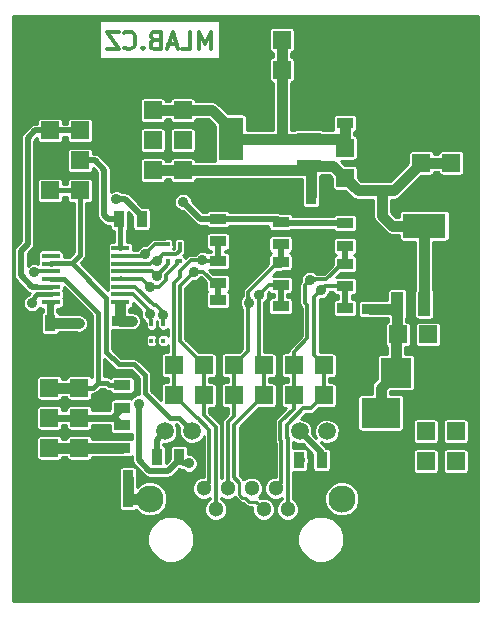
<source format=gbr>
G04 #@! TF.FileFunction,Copper,L2,Bot,Signal*
%FSLAX46Y46*%
G04 Gerber Fmt 4.6, Leading zero omitted, Abs format (unit mm)*
G04 Created by KiCad (PCBNEW 4.0.1-stable) date 18. 2. 2016 10:36:15*
%MOMM*%
G01*
G04 APERTURE LIST*
%ADD10C,0.300000*%
%ADD11C,2.300000*%
%ADD12C,1.300000*%
%ADD13C,1.500000*%
%ADD14R,1.524000X1.524000*%
%ADD15R,1.397000X0.889000*%
%ADD16R,0.889000X1.397000*%
%ADD17C,6.000000*%
%ADD18R,3.657600X2.032000*%
%ADD19R,1.016000X2.032000*%
%ADD20R,2.032000X3.657600*%
%ADD21R,2.032000X1.016000*%
%ADD22R,1.500000X0.450000*%
%ADD23R,2.550160X2.499360*%
%ADD24R,0.299720X0.449580*%
%ADD25R,3.299460X2.499360*%
%ADD26C,0.890000*%
%ADD27C,0.400000*%
%ADD28C,0.900000*%
%ADD29C,0.500000*%
%ADD30C,0.250000*%
%ADD31C,0.600000*%
%ADD32C,0.254000*%
G04 APERTURE END LIST*
D10*
X17338928Y47327429D02*
X17338928Y48827429D01*
X16838928Y47756000D01*
X16338928Y48827429D01*
X16338928Y47327429D01*
X14910356Y47327429D02*
X15624642Y47327429D01*
X15624642Y48827429D01*
X14481785Y47756000D02*
X13767499Y47756000D01*
X14624642Y47327429D02*
X14124642Y48827429D01*
X13624642Y47327429D01*
X12624642Y48113143D02*
X12410356Y48041714D01*
X12338928Y47970286D01*
X12267499Y47827429D01*
X12267499Y47613143D01*
X12338928Y47470286D01*
X12410356Y47398857D01*
X12553214Y47327429D01*
X13124642Y47327429D01*
X13124642Y48827429D01*
X12624642Y48827429D01*
X12481785Y48756000D01*
X12410356Y48684571D01*
X12338928Y48541714D01*
X12338928Y48398857D01*
X12410356Y48256000D01*
X12481785Y48184571D01*
X12624642Y48113143D01*
X13124642Y48113143D01*
X11624642Y47470286D02*
X11553214Y47398857D01*
X11624642Y47327429D01*
X11696071Y47398857D01*
X11624642Y47470286D01*
X11624642Y47327429D01*
X10053213Y47470286D02*
X10124642Y47398857D01*
X10338928Y47327429D01*
X10481785Y47327429D01*
X10696070Y47398857D01*
X10838928Y47541714D01*
X10910356Y47684571D01*
X10981785Y47970286D01*
X10981785Y48184571D01*
X10910356Y48470286D01*
X10838928Y48613143D01*
X10696070Y48756000D01*
X10481785Y48827429D01*
X10338928Y48827429D01*
X10124642Y48756000D01*
X10053213Y48684571D01*
X9553213Y48827429D02*
X8553213Y48827429D01*
X9553213Y47327429D01*
X8553213Y47327429D01*
D11*
X28450000Y9272000D03*
X12190000Y9272000D03*
D12*
X17780000Y8382000D03*
X19810000Y8382000D03*
X21840000Y8382000D03*
X23870000Y8382000D03*
X16760000Y10162000D03*
X18790000Y10162000D03*
X20820000Y10162000D03*
X22850000Y10162000D03*
D13*
X27180000Y14982000D03*
X24890000Y14982000D03*
X15750000Y14982000D03*
X13460000Y14982000D03*
D14*
X35560000Y17526000D03*
X38100000Y17526000D03*
X35560000Y14986000D03*
X38100000Y14986000D03*
X35560000Y12446000D03*
X38100000Y12446000D03*
X35560000Y9906000D03*
X38100000Y9906000D03*
D15*
X30861000Y25336500D03*
X30861000Y23431500D03*
X31877000Y35369500D03*
X31877000Y37274500D03*
D16*
X25844500Y34925000D03*
X23939500Y34925000D03*
D15*
X28702000Y41084500D03*
X28702000Y42989500D03*
D16*
X3746500Y24130000D03*
X1841500Y24130000D03*
D14*
X14224000Y18034000D03*
X14224000Y20574000D03*
X16764000Y18034000D03*
X16764000Y20574000D03*
X19304000Y18034000D03*
X19304000Y20574000D03*
X21844000Y18034000D03*
X21844000Y20574000D03*
X24384000Y18034000D03*
X24384000Y20574000D03*
X26924000Y18034000D03*
X26924000Y20574000D03*
X35179000Y40259000D03*
X37719000Y40259000D03*
X35179000Y37719000D03*
X37719000Y37719000D03*
X35179000Y35179000D03*
X37719000Y35179000D03*
X28702000Y38989000D03*
X28702000Y36449000D03*
X14986000Y37084000D03*
X14986000Y39624000D03*
X14986000Y42164000D03*
X20828000Y45593000D03*
X20828000Y48133000D03*
X23368000Y45593000D03*
X23368000Y48133000D03*
X25908000Y45593000D03*
X25908000Y48133000D03*
X3746500Y37909500D03*
X6286500Y37909500D03*
X6286500Y40449500D03*
X3746500Y40449500D03*
X6223000Y21209000D03*
X3683000Y21209000D03*
X6223000Y13589000D03*
X3683000Y13589000D03*
X6223000Y16129000D03*
X3683000Y16129000D03*
X6223000Y18669000D03*
X3683000Y18669000D03*
X6223000Y11049000D03*
X3683000Y11049000D03*
D17*
X5080000Y45720000D03*
X35560000Y5080000D03*
X5080000Y5080000D03*
X35560000Y45720000D03*
D16*
X24828500Y12573000D03*
X26733500Y12573000D03*
X14668500Y12827000D03*
X12763500Y12827000D03*
D15*
X17957800Y32956500D03*
X17957800Y31051500D03*
X17945100Y29413200D03*
X17945100Y27508200D03*
X17970500Y26098500D03*
X17970500Y24193500D03*
X23266400Y32727900D03*
X23266400Y30822900D03*
X23266400Y29298900D03*
X23266400Y27393900D03*
X23266400Y25565100D03*
X23266400Y23660100D03*
X28702000Y32600900D03*
X28702000Y30695900D03*
X28702000Y29171900D03*
X28702000Y27266900D03*
X28702000Y25438100D03*
X28702000Y23533100D03*
D16*
X9588500Y32956500D03*
X11493500Y32956500D03*
D15*
X9875520Y16987520D03*
X9875520Y18892520D03*
D18*
X35433000Y32385000D03*
D19*
X35433000Y25781000D03*
X33147000Y25781000D03*
X37719000Y25781000D03*
D20*
X19050000Y39751000D03*
D21*
X25654000Y39751000D03*
X25654000Y37465000D03*
X25654000Y42037000D03*
D22*
X3806400Y25919000D03*
X3806400Y26569000D03*
X3806400Y27219000D03*
X3806400Y27869000D03*
X3806400Y28519000D03*
X3806400Y29169000D03*
X3806400Y29819000D03*
X3806400Y30469000D03*
X9706400Y30469000D03*
X9706400Y29819000D03*
X9706400Y29169000D03*
X9706400Y28519000D03*
X9706400Y27869000D03*
X9706400Y27219000D03*
X9706400Y26569000D03*
X9706400Y25919000D03*
D23*
X38084760Y19939000D03*
X33035240Y19939000D03*
D15*
X9652000Y24320500D03*
X9652000Y22415500D03*
D24*
X13327380Y22666960D03*
X12326620Y22666960D03*
X13327380Y24069040D03*
X12827000Y22666960D03*
X12326620Y24069040D03*
X13723620Y30800040D03*
X14724380Y30800040D03*
X13723620Y29397960D03*
X14224000Y30800040D03*
X14724380Y29397960D03*
D14*
X12446000Y37084000D03*
X12446000Y39624000D03*
X12446000Y42164000D03*
X33210500Y23177500D03*
X35750500Y23177500D03*
D15*
X9842500Y15494000D03*
X9842500Y13589000D03*
D14*
X6286500Y35369500D03*
X3746500Y35369500D03*
D16*
X10350500Y9271000D03*
X8445500Y9271000D03*
X8445500Y10985500D03*
X10350500Y10985500D03*
D25*
X31750000Y9743440D03*
X31750000Y16545560D03*
D26*
X23114000Y21844000D03*
X23114000Y22733000D03*
X12446000Y21463000D03*
X12700000Y20193000D03*
X16764000Y22034500D03*
X18478500Y22034500D03*
X12700000Y18796000D03*
X24892000Y12509500D03*
X15494000Y12255500D03*
X10673078Y24302720D03*
X11272520Y17332960D03*
X15013002Y34417000D03*
X6212840Y24109681D03*
X9372600Y34625278D03*
X2413000Y28448000D03*
X16637000Y29464000D03*
X11811000Y29972000D03*
X15924765Y28507789D03*
X12775132Y29436956D03*
X21443851Y26542524D03*
X12770702Y28160372D03*
X12192000Y27178000D03*
X20569627Y25875237D03*
X25776627Y27817373D03*
X13322300Y24866600D03*
X26670000Y26924000D03*
X12192000Y24892000D03*
X2225040Y25852120D03*
D27*
X23266400Y23660100D02*
X22885400Y22961600D01*
X22885400Y22961600D02*
X23114000Y22733000D01*
D10*
X12306300Y21602700D02*
X12446000Y21463000D01*
X9652000Y22415500D02*
X12306300Y21602700D01*
X12946380Y19946620D02*
X12700000Y20193000D01*
X12700000Y18796000D02*
X12946380Y19946620D01*
X23266400Y23660100D02*
X23266400Y23456900D01*
X23266400Y23456900D02*
X22686566Y21854301D01*
X17970500Y24193500D02*
X17970500Y22542500D01*
X17970500Y22542500D02*
X18478500Y22034500D01*
D28*
X31877000Y35369500D02*
X31877000Y33212200D01*
X31877000Y33212200D02*
X32704200Y32385000D01*
X32704200Y32385000D02*
X35433000Y32385000D01*
X35433000Y25781000D02*
X35433000Y32385000D01*
X14986000Y37084000D02*
X25273000Y37084000D01*
X25273000Y37084000D02*
X25654000Y37465000D01*
X12446000Y37084000D02*
X14986000Y37084000D01*
X32829500Y35369500D02*
X31877000Y35369500D01*
X35179000Y37719000D02*
X32829500Y35369500D01*
X29781500Y35369500D02*
X28702000Y36449000D01*
X31877000Y35369500D02*
X29781500Y35369500D01*
X27686000Y37465000D02*
X28702000Y36449000D01*
X25654000Y37465000D02*
X27686000Y37465000D01*
X25844500Y37274500D02*
X25654000Y37465000D01*
X25844500Y34925000D02*
X25844500Y37274500D01*
X35179000Y37719000D02*
X37719000Y37719000D01*
X25654000Y39751000D02*
X23368000Y39751000D01*
X23368000Y39751000D02*
X19050000Y39751000D01*
X23368000Y45593000D02*
X23368000Y43931000D01*
X23368000Y43931000D02*
X23368000Y39751000D01*
X19050000Y40576500D02*
X17462500Y42164000D01*
X17462500Y42164000D02*
X14986000Y42164000D01*
X19050000Y39751000D02*
X19050000Y40576500D01*
X25654000Y39751000D02*
X28687783Y39751000D01*
X28687783Y39751000D02*
X28702000Y39765217D01*
X28702000Y39765217D02*
X28702000Y38989000D01*
X28702000Y41084500D02*
X28702000Y39765217D01*
X23368000Y48133000D02*
X23368000Y45593000D01*
X12446000Y42164000D02*
X14986000Y42164000D01*
D29*
X24828500Y12573000D02*
X24892000Y12509500D01*
X14986000Y12255500D02*
X15069736Y12255500D01*
X14668500Y12573000D02*
X14986000Y12255500D01*
X15069736Y12255500D02*
X15494000Y12255500D01*
X14668500Y12827000D02*
X14668500Y12573000D01*
D28*
X9652000Y24320500D02*
X9669780Y24302720D01*
X10248814Y24302720D02*
X10673078Y24302720D01*
X9669780Y24302720D02*
X10248814Y24302720D01*
D29*
X11272520Y16908696D02*
X11272520Y17332960D01*
X11272520Y12524656D02*
X11272520Y16908696D01*
X13724000Y11628500D02*
X12168676Y11628500D01*
X14668500Y12573000D02*
X13724000Y11628500D01*
X12168676Y11628500D02*
X11272520Y12524656D01*
D30*
X9706400Y25919000D02*
X9706400Y24374900D01*
X9706400Y24374900D02*
X9652000Y24320500D01*
D29*
X28702000Y32600900D02*
X23393400Y32600900D01*
X23393400Y32600900D02*
X23266400Y32727900D01*
X17957800Y32956500D02*
X23037800Y32956500D01*
X23037800Y32956500D02*
X23266400Y32727900D01*
X17957800Y32956500D02*
X16473502Y32956500D01*
X16473502Y32956500D02*
X15013002Y34417000D01*
D28*
X9652000Y24320500D02*
X9652000Y25665000D01*
X9652000Y25665000D02*
X9680999Y25693999D01*
X9680999Y25693999D02*
X9706400Y25693999D01*
X6192521Y24130000D02*
X6212840Y24109681D01*
X3746500Y24130000D02*
X6192521Y24130000D01*
D29*
X9796864Y34625278D02*
X9372600Y34625278D01*
X10078722Y34625278D02*
X9796864Y34625278D01*
X11493500Y33210500D02*
X10078722Y34625278D01*
X11493500Y32956500D02*
X11493500Y33210500D01*
D31*
X8702040Y16129000D02*
X9017000Y16129000D01*
X6223000Y16129000D02*
X8702040Y16129000D01*
X8702040Y16129000D02*
X9207500Y16129000D01*
X9207500Y16129000D02*
X9842500Y15494000D01*
X9017000Y16129000D02*
X9875520Y16987520D01*
X3746500Y24130000D02*
X3746500Y25784099D01*
X3746500Y25784099D02*
X3806400Y25843999D01*
X3873500Y24257000D02*
X3746500Y24130000D01*
X6223000Y16129000D02*
X3683000Y16129000D01*
D29*
X12763500Y12827000D02*
X12763500Y14285500D01*
X12763500Y14285500D02*
X13460000Y14982000D01*
D27*
X6286500Y35369500D02*
X3746500Y35369500D01*
X5594714Y29223288D02*
X6286500Y29915074D01*
X6286500Y29915074D02*
X6286500Y35369500D01*
X13925783Y16088215D02*
X14643785Y16088215D01*
X5594714Y29223288D02*
X8509000Y26309002D01*
X8509000Y26309002D02*
X8509000Y21695498D01*
X11811000Y18202998D02*
X13925783Y16088215D01*
X4876401Y29193999D02*
X4905690Y29223288D01*
X8509000Y21695498D02*
X9547997Y20656501D01*
X15000001Y15731999D02*
X15750000Y14982000D01*
X14643785Y16088215D02*
X15000001Y15731999D01*
X11811000Y19706502D02*
X11811000Y18202998D01*
X9547997Y20656501D02*
X10861001Y20656501D01*
X4905690Y29223288D02*
X5594714Y29223288D01*
X3831399Y29193999D02*
X4876401Y29193999D01*
X3806400Y29169000D02*
X3831399Y29193999D01*
X10861001Y20656501D02*
X11811000Y19706502D01*
D29*
X26733500Y12573000D02*
X26733500Y13138500D01*
X26733500Y13138500D02*
X24890000Y14982000D01*
D10*
X3806400Y28519000D02*
X2484000Y28519000D01*
X2484000Y28519000D02*
X2413000Y28448000D01*
X16637000Y29464000D02*
X15704374Y29464000D01*
X15704374Y29464000D02*
X14776870Y28536496D01*
X14776870Y28536496D02*
X14776870Y28067000D01*
X14776870Y28067000D02*
X14224000Y27514130D01*
X14224000Y27514130D02*
X14224000Y20574000D01*
X17945100Y29413200D02*
X16687800Y29413200D01*
X16687800Y29413200D02*
X16637000Y29464000D01*
X11811000Y29972000D02*
X12639040Y30800040D01*
X12639040Y30800040D02*
X13723620Y30800040D01*
X9706400Y29819000D02*
X11658000Y29819000D01*
X11658000Y29819000D02*
X11811000Y29972000D01*
X13013917Y30800040D02*
X13223620Y30800040D01*
X13223620Y30800040D02*
X13723620Y30800040D01*
X17945100Y29413200D02*
X17691100Y29413200D01*
X17691100Y29413200D02*
X17621654Y29343754D01*
X14224000Y18034000D02*
X14224000Y20574000D01*
X18199100Y29413200D02*
X17945100Y29413200D01*
X16760000Y10162000D02*
X17230001Y10632001D01*
X16175999Y16082001D02*
X14224000Y18034000D01*
X17230001Y10632001D02*
X17230001Y15130001D01*
X17230001Y15130001D02*
X16278001Y16082001D01*
X16278001Y16082001D02*
X16175999Y16082001D01*
D29*
X17945100Y29413200D02*
X17945100Y31038800D01*
X17945100Y31038800D02*
X17957800Y31051500D01*
D10*
X16764000Y20574000D02*
X14724010Y22613990D01*
X14724010Y22613990D02*
X14724010Y27307020D01*
X14724010Y27307020D02*
X15479766Y28062776D01*
X15479766Y28062790D02*
X15924765Y28507789D01*
X15479766Y28062776D02*
X15479766Y28062790D01*
X17691100Y27508200D02*
X16691511Y28507789D01*
X16691511Y28507789D02*
X15924765Y28507789D01*
X17945100Y27508200D02*
X17691100Y27508200D01*
X14724380Y30800040D02*
X14724380Y30275250D01*
X13310927Y29972751D02*
X13220131Y29881955D01*
X14724380Y30275250D02*
X14421881Y29972751D01*
X14421881Y29972751D02*
X13310927Y29972751D01*
X13220131Y29881955D02*
X12775132Y29436956D01*
X9706400Y29169000D02*
X12184602Y29169000D01*
X12184602Y29169000D02*
X12452558Y29436956D01*
X12452558Y29436956D02*
X12775132Y29436956D01*
D29*
X17970500Y26098500D02*
X17970500Y27482800D01*
D10*
X17691100Y27508200D02*
X17602198Y27508200D01*
X16764000Y20574000D02*
X16108401Y21229599D01*
X16764000Y18034000D02*
X16764000Y20574000D01*
X18199100Y27508200D02*
X17945100Y27508200D01*
D29*
X17970500Y27482800D02*
X17945100Y27508200D01*
D10*
X17780000Y15357806D02*
X16764000Y16373806D01*
X16764000Y16373806D02*
X16764000Y18034000D01*
X17780000Y8382000D02*
X17780000Y15357806D01*
D29*
X17957800Y27495500D02*
X17945100Y27508200D01*
D10*
X9706400Y28519000D02*
X12412074Y28519000D01*
X12412074Y28519000D02*
X12770702Y28160372D01*
X13723620Y29397960D02*
X13723620Y29113304D01*
X13723620Y29113304D02*
X12770702Y28160386D01*
X12770702Y28160386D02*
X12770702Y28160372D01*
X21844000Y20574000D02*
X21399500Y21018500D01*
X21399500Y21018500D02*
X21399500Y26498173D01*
X21399500Y26498173D02*
X21443851Y26542524D01*
X23266400Y27393900D02*
X22250400Y27393900D01*
X22250400Y27393900D02*
X21399024Y26542524D01*
X21399024Y26542524D02*
X21443851Y26542524D01*
X23266400Y27393900D02*
X22961600Y27393900D01*
D29*
X23266400Y25565100D02*
X23266400Y27393900D01*
D30*
X19790001Y10642001D02*
X19790001Y9618119D01*
X19790001Y9618119D02*
X20033581Y9374539D01*
X20033581Y9374539D02*
X20236781Y9374539D01*
X21840000Y8382000D02*
X21190001Y9031999D01*
X21190001Y9031999D02*
X20579321Y9031999D01*
X20579321Y9031999D02*
X20236781Y9374539D01*
D10*
X19339999Y11092003D02*
X19790001Y10642001D01*
X19339999Y15529999D02*
X19339999Y11092003D01*
X21844000Y18034000D02*
X21844000Y20574000D01*
X19339999Y15529999D02*
X19692908Y15882908D01*
X19692908Y15882908D02*
X21844000Y18034000D01*
X11520582Y27869000D02*
X11520582Y27849418D01*
X11520582Y27849418D02*
X12192000Y27178000D01*
X14724380Y29397960D02*
X14474000Y29397960D01*
X14474000Y29397960D02*
X14474000Y29156564D01*
X14474000Y29156564D02*
X13565703Y28248267D01*
X13565703Y28248267D02*
X13565703Y27778771D01*
X13565703Y27778771D02*
X12964932Y27178000D01*
X12964932Y27178000D02*
X12192000Y27178000D01*
X9706400Y27869000D02*
X11520582Y27869000D01*
X19304000Y20574000D02*
X20510500Y21780500D01*
X20510500Y21780500D02*
X20510500Y25816110D01*
X20510500Y25816110D02*
X20569627Y25875237D01*
X20569627Y25875237D02*
X20569627Y26240127D01*
X20569627Y26240127D02*
X20545372Y26264382D01*
X20545372Y26264382D02*
X20545372Y26768372D01*
X20545372Y26768372D02*
X22733000Y28956000D01*
X22733000Y28956000D02*
X23266400Y28956000D01*
X23266400Y28956000D02*
X23266400Y29298900D01*
X23266400Y29298900D02*
X23012400Y29298900D01*
X19304000Y18034000D02*
X19304000Y20574000D01*
X18790000Y15757817D02*
X19304000Y16271817D01*
X18790000Y10162000D02*
X18790000Y15757817D01*
X19304000Y16271817D02*
X19304000Y18034000D01*
X9706400Y27869000D02*
X9781399Y27943999D01*
D29*
X23266400Y29298900D02*
X23266400Y30822900D01*
D10*
X25527000Y22860000D02*
X25527000Y25654000D01*
X25527000Y25654000D02*
X25331628Y25849372D01*
X25331628Y25849372D02*
X25331628Y27372374D01*
X25331628Y27372374D02*
X25776627Y27817373D01*
X25776627Y27817373D02*
X26141517Y27817373D01*
X26141517Y27817373D02*
X26165772Y27841628D01*
X26165772Y27841628D02*
X27117728Y27841628D01*
X27117728Y27841628D02*
X28448000Y29171900D01*
X28448000Y29171900D02*
X28702000Y29171900D01*
X13322300Y24866600D02*
X13322300Y25042442D01*
X13322300Y25042442D02*
X12703141Y25661601D01*
X12703141Y25661601D02*
X12527313Y25661601D01*
X13327380Y24069040D02*
X13327380Y24861520D01*
X13327380Y24861520D02*
X13322300Y24866600D01*
X9706400Y27219000D02*
X10969914Y27219000D01*
X10969914Y27219000D02*
X12527313Y25661601D01*
X24384000Y20574000D02*
X24384000Y21717000D01*
X24384000Y21717000D02*
X25527000Y22860000D01*
X24384000Y18034000D02*
X24384000Y16898908D01*
X23320001Y15834909D02*
X23320001Y15817807D01*
X24384000Y16898908D02*
X23320001Y15834909D01*
X23240009Y14226185D02*
X23320001Y14146193D01*
X23320001Y10632001D02*
X22850000Y10162000D01*
X23320001Y15817807D02*
X23240008Y15737814D01*
X23240008Y15737814D02*
X23240009Y14226185D01*
X23320001Y14146193D02*
X23320001Y10632001D01*
X24384000Y20574000D02*
X24384000Y20637500D01*
X28473400Y29171900D02*
X28702000Y29171900D01*
X24384000Y18034000D02*
X24384000Y20574000D01*
X22852380Y10159620D02*
X22850000Y10162000D01*
D29*
X28702000Y29171900D02*
X28702000Y30695900D01*
D10*
X9706400Y26569000D02*
X10756400Y26569000D01*
X10756400Y26569000D02*
X12192000Y25133400D01*
X12192000Y25133400D02*
X12192000Y24892000D01*
X26924000Y20574000D02*
X26098500Y21399500D01*
X26098500Y21399500D02*
X26098500Y26352500D01*
X26098500Y26352500D02*
X26670000Y26924000D01*
X28702000Y27266900D02*
X27012900Y27266900D01*
X27012900Y27266900D02*
X26670000Y26924000D01*
X12326620Y24069040D02*
X12197080Y24886920D01*
X12197080Y24886920D02*
X12192000Y24892000D01*
X26924000Y18034000D02*
X25811999Y16921999D01*
X23789999Y14453999D02*
X23870000Y14373998D01*
X25811999Y16921999D02*
X25184907Y16921999D01*
X25184907Y16921999D02*
X23870000Y15607092D01*
X23870000Y15607092D02*
X23870000Y15590002D01*
X23870000Y15590002D02*
X23789999Y15510001D01*
X23789999Y15510001D02*
X23789999Y14453999D01*
X23870000Y14373998D02*
X23870000Y10632000D01*
X23870000Y10632000D02*
X23870000Y8382000D01*
X26924000Y20574000D02*
X26924000Y20637500D01*
X28486100Y27266900D02*
X28702000Y27266900D01*
X26924000Y18034000D02*
X26924000Y20574000D01*
D29*
X28702000Y25438100D02*
X28702000Y27266900D01*
X8318500Y33274000D02*
X8318500Y37139500D01*
X8318500Y37139500D02*
X7548500Y37909500D01*
X7548500Y37909500D02*
X6286500Y37909500D01*
X8326500Y33274000D02*
X8318500Y33274000D01*
X9588500Y32956500D02*
X8644000Y32956500D01*
X8644000Y32956500D02*
X8326500Y33274000D01*
D27*
X9706400Y30469000D02*
X9706400Y32838600D01*
X9706400Y32838600D02*
X9588500Y32956500D01*
X2225040Y26137640D02*
X2225040Y25852120D01*
X2656400Y26569000D02*
X2225040Y26137640D01*
X3806400Y26569000D02*
X2656400Y26569000D01*
D28*
X9842500Y13589000D02*
X6223000Y13589000D01*
X6223000Y13589000D02*
X3683000Y13589000D01*
D27*
X7814690Y19098690D02*
X7810500Y19094500D01*
X7814690Y25010710D02*
X7814690Y19098690D01*
X4956400Y27869000D02*
X7814690Y25010710D01*
X3806400Y27869000D02*
X4956400Y27869000D01*
X9875520Y18892520D02*
X8777020Y18892520D01*
X8777020Y18892520D02*
X8575040Y19094500D01*
X8575040Y19094500D02*
X7810500Y19094500D01*
X6223000Y18669000D02*
X7385000Y18669000D01*
X7385000Y18669000D02*
X7810500Y19094500D01*
D28*
X6223000Y18669000D02*
X3683000Y18669000D01*
D29*
X2230406Y27219000D02*
X1270000Y28179406D01*
X1850959Y39815959D02*
X1850959Y30861000D01*
X1270000Y28179406D02*
X1270000Y30280041D01*
X1270000Y30280041D02*
X1850959Y30861000D01*
X2304406Y27219000D02*
X2230406Y27219000D01*
D27*
X3806400Y27219000D02*
X2304406Y27219000D01*
X2304406Y27219000D02*
X1270000Y28253406D01*
D29*
X3746500Y40449500D02*
X2484500Y40449500D01*
X2484500Y40449500D02*
X1850959Y39815959D01*
X2367965Y27219010D02*
X2671388Y27219010D01*
D27*
X3806400Y27219000D02*
X2671398Y27219000D01*
X2671398Y27219000D02*
X2671388Y27219010D01*
D29*
X6286500Y40449500D02*
X3746500Y40449500D01*
D28*
X31750000Y16545560D02*
X31750000Y18653760D01*
X31750000Y18653760D02*
X33035240Y19939000D01*
X32702500Y25336500D02*
X33147000Y25781000D01*
X30861000Y25336500D02*
X32702500Y25336500D01*
X33035240Y23002240D02*
X33210500Y23177500D01*
X33035240Y19939000D02*
X33035240Y23002240D01*
X33147000Y23241000D02*
X33210500Y23177500D01*
X33147000Y25781000D02*
X33147000Y23241000D01*
X10350500Y9271000D02*
X12189000Y9271000D01*
X12189000Y9271000D02*
X12190000Y9272000D01*
X10350500Y10985500D02*
X10350500Y9271000D01*
D32*
G36*
X40009000Y631000D02*
X631000Y631000D01*
X631000Y5450476D01*
X11992657Y5450476D01*
X12293003Y4723582D01*
X12848657Y4166958D01*
X13575025Y3865344D01*
X14361524Y3864657D01*
X15088418Y4165003D01*
X15645042Y4720657D01*
X15946656Y5447025D01*
X15946659Y5450476D01*
X24692657Y5450476D01*
X24993003Y4723582D01*
X25548657Y4166958D01*
X26275025Y3865344D01*
X27061524Y3864657D01*
X27788418Y4165003D01*
X28345042Y4720657D01*
X28646656Y5447025D01*
X28647343Y6233524D01*
X28346997Y6960418D01*
X27791343Y7517042D01*
X27064975Y7818656D01*
X26278476Y7819343D01*
X25551582Y7518997D01*
X24994958Y6963343D01*
X24693344Y6236975D01*
X24692657Y5450476D01*
X15946659Y5450476D01*
X15947343Y6233524D01*
X15646997Y6960418D01*
X15091343Y7517042D01*
X14364975Y7818656D01*
X13578476Y7819343D01*
X12851582Y7518997D01*
X12294958Y6963343D01*
X11993344Y6236975D01*
X11992657Y5450476D01*
X631000Y5450476D01*
X631000Y11684000D01*
X9572594Y11684000D01*
X9572594Y10287000D01*
X9573500Y10282185D01*
X9573500Y9973974D01*
X9572594Y9969500D01*
X9572594Y8572500D01*
X9595395Y8451321D01*
X9667012Y8340026D01*
X9776286Y8265362D01*
X9906000Y8239094D01*
X10795000Y8239094D01*
X10916179Y8261895D01*
X11027474Y8333512D01*
X11032514Y8340889D01*
X11352254Y8020591D01*
X11894918Y7795257D01*
X12482505Y7794744D01*
X13025560Y8019130D01*
X13441409Y8434254D01*
X13666743Y8976918D01*
X13667256Y9564505D01*
X13442870Y10107560D01*
X13027746Y10523409D01*
X12485082Y10748743D01*
X11897495Y10749256D01*
X11354440Y10524870D01*
X11128406Y10299230D01*
X11128406Y11684000D01*
X11105605Y11805179D01*
X11033988Y11916474D01*
X10924714Y11991138D01*
X10795000Y12017406D01*
X9906000Y12017406D01*
X9784821Y11994605D01*
X9673526Y11922988D01*
X9598862Y11813714D01*
X9572594Y11684000D01*
X631000Y11684000D01*
X631000Y30280041D01*
X692999Y30280041D01*
X693000Y30280036D01*
X693000Y28179411D01*
X692999Y28179406D01*
X736922Y27958598D01*
X861999Y27771405D01*
X1822403Y26811002D01*
X1822405Y26810999D01*
X2009598Y26685922D01*
X2024974Y26682864D01*
X1891873Y26549763D01*
X1788309Y26506971D01*
X1570952Y26289994D01*
X1453175Y26006354D01*
X1452907Y25699233D01*
X1570189Y25415389D01*
X1787166Y25198032D01*
X2070806Y25080255D01*
X2377927Y25079987D01*
X2661771Y25197269D01*
X2879128Y25414246D01*
X2880781Y25418227D01*
X2926686Y25386862D01*
X3056400Y25360594D01*
X3119500Y25360594D01*
X3119500Y25099646D01*
X3069526Y25067488D01*
X2994862Y24958214D01*
X2968594Y24828500D01*
X2968594Y23431500D01*
X2991395Y23310321D01*
X3063012Y23199026D01*
X3172286Y23124362D01*
X3302000Y23098094D01*
X4191000Y23098094D01*
X4312179Y23120895D01*
X4423474Y23192512D01*
X4498138Y23301786D01*
X4508509Y23353000D01*
X6022039Y23353000D01*
X6058606Y23337816D01*
X6187591Y23337703D01*
X6212840Y23332681D01*
X6237869Y23337660D01*
X6365727Y23337548D01*
X6484939Y23386805D01*
X6510184Y23391827D01*
X6531399Y23406002D01*
X6649571Y23454830D01*
X6740858Y23545957D01*
X6762262Y23560259D01*
X6776438Y23581476D01*
X6866928Y23671807D01*
X6916394Y23790936D01*
X6930694Y23812337D01*
X6935672Y23837361D01*
X6984705Y23955447D01*
X6984818Y24084432D01*
X6989840Y24109681D01*
X6984861Y24134710D01*
X6984973Y24262568D01*
X6935716Y24381779D01*
X6930694Y24407026D01*
X6916518Y24428242D01*
X6867691Y24546412D01*
X6776564Y24637699D01*
X6762262Y24659103D01*
X6741943Y24679422D01*
X6720833Y24693527D01*
X6650714Y24763769D01*
X6558243Y24802166D01*
X6489866Y24847854D01*
X6409913Y24863758D01*
X6367074Y24881546D01*
X6320281Y24881587D01*
X6192521Y24907000D01*
X4509635Y24907000D01*
X4501605Y24949679D01*
X4429988Y25060974D01*
X4373500Y25099571D01*
X4373500Y25360594D01*
X4556400Y25360594D01*
X4677579Y25383395D01*
X4788874Y25455012D01*
X4863538Y25564286D01*
X4889806Y25694000D01*
X4889806Y26144000D01*
X4870299Y26247673D01*
X4889806Y26344000D01*
X4889806Y26794000D01*
X4870299Y26897673D01*
X4889806Y26994000D01*
X4889806Y27190304D01*
X7287690Y24792419D01*
X7287690Y19564479D01*
X7223988Y19663474D01*
X7114714Y19738138D01*
X6985000Y19764406D01*
X5461000Y19764406D01*
X5339821Y19741605D01*
X5228526Y19669988D01*
X5153862Y19560714D01*
X5130632Y19446000D01*
X4775584Y19446000D01*
X4755605Y19552179D01*
X4683988Y19663474D01*
X4574714Y19738138D01*
X4445000Y19764406D01*
X2921000Y19764406D01*
X2799821Y19741605D01*
X2688526Y19669988D01*
X2613862Y19560714D01*
X2587594Y19431000D01*
X2587594Y17907000D01*
X2610395Y17785821D01*
X2682012Y17674526D01*
X2791286Y17599862D01*
X2921000Y17573594D01*
X4445000Y17573594D01*
X4566179Y17596395D01*
X4677474Y17668012D01*
X4752138Y17777286D01*
X4775368Y17892000D01*
X5130416Y17892000D01*
X5150395Y17785821D01*
X5222012Y17674526D01*
X5331286Y17599862D01*
X5461000Y17573594D01*
X6985000Y17573594D01*
X7106179Y17596395D01*
X7217474Y17668012D01*
X7292138Y17777286D01*
X7318406Y17907000D01*
X7318406Y18142000D01*
X7385000Y18142000D01*
X7586675Y18182115D01*
X7757645Y18296355D01*
X8028790Y18567500D01*
X8356750Y18567500D01*
X8404375Y18519875D01*
X8575345Y18405635D01*
X8777020Y18365520D01*
X8859137Y18365520D01*
X8866415Y18326841D01*
X8938032Y18215546D01*
X9047306Y18140882D01*
X9177020Y18114614D01*
X10574020Y18114614D01*
X10695199Y18137415D01*
X10806494Y18209032D01*
X10881158Y18318306D01*
X10907426Y18448020D01*
X10907426Y19337020D01*
X10884625Y19458199D01*
X10813008Y19569494D01*
X10703734Y19644158D01*
X10574020Y19670426D01*
X9177020Y19670426D01*
X9055841Y19647625D01*
X8944546Y19576008D01*
X8894462Y19502708D01*
X8776715Y19581385D01*
X8575040Y19621500D01*
X8341690Y19621500D01*
X8341690Y21117518D01*
X9175352Y20283855D01*
X9346323Y20169616D01*
X9547997Y20129501D01*
X10642711Y20129501D01*
X11284000Y19488211D01*
X11284000Y18202998D01*
X11303506Y18104933D01*
X11119633Y18105093D01*
X10835789Y17987811D01*
X10618432Y17770834D01*
X10612916Y17757549D01*
X10574020Y17765426D01*
X9177020Y17765426D01*
X9055841Y17742625D01*
X8944546Y17671008D01*
X8869882Y17561734D01*
X8843614Y17432020D01*
X8843614Y16842326D01*
X8757288Y16756000D01*
X7318406Y16756000D01*
X7318406Y16891000D01*
X7295605Y17012179D01*
X7223988Y17123474D01*
X7114714Y17198138D01*
X6985000Y17224406D01*
X5461000Y17224406D01*
X5339821Y17201605D01*
X5228526Y17129988D01*
X5153862Y17020714D01*
X5127594Y16891000D01*
X5127594Y16756000D01*
X4778406Y16756000D01*
X4778406Y16891000D01*
X4755605Y17012179D01*
X4683988Y17123474D01*
X4574714Y17198138D01*
X4445000Y17224406D01*
X2921000Y17224406D01*
X2799821Y17201605D01*
X2688526Y17129988D01*
X2613862Y17020714D01*
X2587594Y16891000D01*
X2587594Y15367000D01*
X2610395Y15245821D01*
X2682012Y15134526D01*
X2791286Y15059862D01*
X2921000Y15033594D01*
X4445000Y15033594D01*
X4566179Y15056395D01*
X4677474Y15128012D01*
X4752138Y15237286D01*
X4778406Y15367000D01*
X4778406Y15502000D01*
X5127594Y15502000D01*
X5127594Y15367000D01*
X5150395Y15245821D01*
X5222012Y15134526D01*
X5331286Y15059862D01*
X5461000Y15033594D01*
X6985000Y15033594D01*
X7106179Y15056395D01*
X7217474Y15128012D01*
X7292138Y15237286D01*
X7318406Y15367000D01*
X7318406Y15502000D01*
X8810594Y15502000D01*
X8810594Y15049500D01*
X8833395Y14928321D01*
X8905012Y14817026D01*
X9014286Y14742362D01*
X9144000Y14716094D01*
X10541000Y14716094D01*
X10662179Y14738895D01*
X10695520Y14760350D01*
X10695520Y14323689D01*
X10670714Y14340638D01*
X10541000Y14366906D01*
X9144000Y14366906D01*
X9139185Y14366000D01*
X7315584Y14366000D01*
X7295605Y14472179D01*
X7223988Y14583474D01*
X7114714Y14658138D01*
X6985000Y14684406D01*
X5461000Y14684406D01*
X5339821Y14661605D01*
X5228526Y14589988D01*
X5153862Y14480714D01*
X5130632Y14366000D01*
X4775584Y14366000D01*
X4755605Y14472179D01*
X4683988Y14583474D01*
X4574714Y14658138D01*
X4445000Y14684406D01*
X2921000Y14684406D01*
X2799821Y14661605D01*
X2688526Y14589988D01*
X2613862Y14480714D01*
X2587594Y14351000D01*
X2587594Y12827000D01*
X2610395Y12705821D01*
X2682012Y12594526D01*
X2791286Y12519862D01*
X2921000Y12493594D01*
X4445000Y12493594D01*
X4566179Y12516395D01*
X4677474Y12588012D01*
X4752138Y12697286D01*
X4775368Y12812000D01*
X5130416Y12812000D01*
X5150395Y12705821D01*
X5222012Y12594526D01*
X5331286Y12519862D01*
X5461000Y12493594D01*
X6985000Y12493594D01*
X7106179Y12516395D01*
X7217474Y12588012D01*
X7292138Y12697286D01*
X7315368Y12812000D01*
X9139526Y12812000D01*
X9144000Y12811094D01*
X10541000Y12811094D01*
X10662179Y12833895D01*
X10695520Y12855350D01*
X10695520Y12524661D01*
X10695519Y12524656D01*
X10739442Y12303848D01*
X10864519Y12116655D01*
X11760675Y11220499D01*
X11947868Y11095422D01*
X12168676Y11051499D01*
X12168681Y11051500D01*
X13723995Y11051500D01*
X13724000Y11051499D01*
X13944808Y11095422D01*
X14132001Y11220499D01*
X14686502Y11775000D01*
X14718948Y11753321D01*
X14765192Y11722422D01*
X14977482Y11680193D01*
X15056126Y11601412D01*
X15339766Y11483635D01*
X15646887Y11483367D01*
X15930731Y11600649D01*
X16148088Y11817626D01*
X16265865Y12101266D01*
X16266133Y12408387D01*
X16148851Y12692231D01*
X15931874Y12909588D01*
X15648234Y13027365D01*
X15446406Y13027541D01*
X15446406Y13525500D01*
X15423605Y13646679D01*
X15351988Y13757974D01*
X15242714Y13832638D01*
X15113000Y13858906D01*
X14224000Y13858906D01*
X14102821Y13836105D01*
X13991526Y13764488D01*
X13916862Y13655214D01*
X13890594Y13525500D01*
X13890594Y12611095D01*
X13541406Y12261908D01*
X13541406Y13525500D01*
X13518605Y13646679D01*
X13446988Y13757974D01*
X13340500Y13830734D01*
X13340500Y13905103D01*
X13673289Y13904813D01*
X14069275Y14068431D01*
X14372504Y14371132D01*
X14536813Y14766832D01*
X14537187Y15195289D01*
X14385990Y15561215D01*
X14425495Y15561215D01*
X14627355Y15359354D01*
X14627358Y15359352D01*
X14707326Y15279384D01*
X14673187Y15197168D01*
X14672813Y14768711D01*
X14836431Y14372725D01*
X15139132Y14069496D01*
X15534832Y13905187D01*
X15963289Y13904813D01*
X16359275Y14068431D01*
X16662504Y14371132D01*
X16753001Y14589073D01*
X16753001Y11139007D01*
X16566515Y11139170D01*
X16207297Y10990744D01*
X15932222Y10716149D01*
X15783170Y10357190D01*
X15782830Y9968515D01*
X15931256Y9609297D01*
X16205851Y9334222D01*
X16564810Y9185170D01*
X16953485Y9184830D01*
X17303000Y9329247D01*
X17303000Y9242024D01*
X17227297Y9210744D01*
X16952222Y8936149D01*
X16803170Y8577190D01*
X16802830Y8188515D01*
X16951256Y7829297D01*
X17225851Y7554222D01*
X17584810Y7405170D01*
X17973485Y7404830D01*
X18332703Y7553256D01*
X18607778Y7827851D01*
X18756830Y8186810D01*
X18757170Y8575485D01*
X18608744Y8934703D01*
X18334149Y9209778D01*
X18257000Y9241813D01*
X18257000Y9325440D01*
X18594810Y9185170D01*
X18983485Y9184830D01*
X19342703Y9333256D01*
X19405370Y9395814D01*
X19470389Y9298507D01*
X19713969Y9054927D01*
X19860608Y8956945D01*
X20033581Y8922539D01*
X20049557Y8922539D01*
X20259709Y8712387D01*
X20406348Y8614405D01*
X20579321Y8579999D01*
X20864336Y8579999D01*
X20863170Y8577190D01*
X20862830Y8188515D01*
X21011256Y7829297D01*
X21285851Y7554222D01*
X21644810Y7405170D01*
X22033485Y7404830D01*
X22392703Y7553256D01*
X22667778Y7827851D01*
X22816830Y8186810D01*
X22817170Y8575485D01*
X22668744Y8934703D01*
X22394149Y9209778D01*
X22035190Y9358830D01*
X21646515Y9359170D01*
X21544292Y9316932D01*
X21509613Y9351611D01*
X21438614Y9399052D01*
X21647778Y9607851D01*
X21796830Y9966810D01*
X21796831Y9968515D01*
X21872830Y9968515D01*
X22021256Y9609297D01*
X22295851Y9334222D01*
X22654810Y9185170D01*
X23043485Y9184830D01*
X23393000Y9329247D01*
X23393000Y9242024D01*
X23317297Y9210744D01*
X23042222Y8936149D01*
X22893170Y8577190D01*
X22892830Y8188515D01*
X23041256Y7829297D01*
X23315851Y7554222D01*
X23674810Y7405170D01*
X24063485Y7404830D01*
X24422703Y7553256D01*
X24697778Y7827851D01*
X24846830Y8186810D01*
X24847170Y8575485D01*
X24698744Y8934703D01*
X24654031Y8979495D01*
X26972744Y8979495D01*
X27197130Y8436440D01*
X27612254Y8020591D01*
X28154918Y7795257D01*
X28742505Y7794744D01*
X29285560Y8019130D01*
X29701409Y8434254D01*
X29926743Y8976918D01*
X29927256Y9564505D01*
X29702870Y10107560D01*
X29287746Y10523409D01*
X28745082Y10748743D01*
X28157495Y10749256D01*
X27614440Y10524870D01*
X27198591Y10109746D01*
X26973257Y9567082D01*
X26972744Y8979495D01*
X24654031Y8979495D01*
X24424149Y9209778D01*
X24347000Y9241813D01*
X24347000Y11548587D01*
X24384000Y11541094D01*
X25273000Y11541094D01*
X25394179Y11563895D01*
X25505474Y11635512D01*
X25580138Y11744786D01*
X25606406Y11874500D01*
X25606406Y12216889D01*
X25663865Y12355266D01*
X25664133Y12662387D01*
X25606406Y12802097D01*
X25606406Y13271500D01*
X25583605Y13392679D01*
X25511988Y13503974D01*
X25402714Y13578638D01*
X25273000Y13604906D01*
X24384000Y13604906D01*
X24347000Y13597944D01*
X24347000Y14041315D01*
X24674832Y13905187D01*
X25103289Y13904813D01*
X25137181Y13918817D01*
X25955594Y13100405D01*
X25955594Y11874500D01*
X25978395Y11753321D01*
X26050012Y11642026D01*
X26159286Y11567362D01*
X26289000Y11541094D01*
X27178000Y11541094D01*
X27299179Y11563895D01*
X27410474Y11635512D01*
X27485138Y11744786D01*
X27511406Y11874500D01*
X27511406Y13208000D01*
X34464594Y13208000D01*
X34464594Y11684000D01*
X34487395Y11562821D01*
X34559012Y11451526D01*
X34668286Y11376862D01*
X34798000Y11350594D01*
X36322000Y11350594D01*
X36443179Y11373395D01*
X36554474Y11445012D01*
X36629138Y11554286D01*
X36655406Y11684000D01*
X36655406Y13208000D01*
X37004594Y13208000D01*
X37004594Y11684000D01*
X37027395Y11562821D01*
X37099012Y11451526D01*
X37208286Y11376862D01*
X37338000Y11350594D01*
X38862000Y11350594D01*
X38983179Y11373395D01*
X39094474Y11445012D01*
X39169138Y11554286D01*
X39195406Y11684000D01*
X39195406Y13208000D01*
X39172605Y13329179D01*
X39100988Y13440474D01*
X38991714Y13515138D01*
X38862000Y13541406D01*
X37338000Y13541406D01*
X37216821Y13518605D01*
X37105526Y13446988D01*
X37030862Y13337714D01*
X37004594Y13208000D01*
X36655406Y13208000D01*
X36632605Y13329179D01*
X36560988Y13440474D01*
X36451714Y13515138D01*
X36322000Y13541406D01*
X34798000Y13541406D01*
X34676821Y13518605D01*
X34565526Y13446988D01*
X34490862Y13337714D01*
X34464594Y13208000D01*
X27511406Y13208000D01*
X27511406Y13271500D01*
X27488605Y13392679D01*
X27416988Y13503974D01*
X27307714Y13578638D01*
X27178000Y13604906D01*
X27083095Y13604906D01*
X26653565Y14034436D01*
X26964832Y13905187D01*
X27393289Y13904813D01*
X27789275Y14068431D01*
X28092504Y14371132D01*
X28256813Y14766832D01*
X28257187Y15195289D01*
X28093569Y15591275D01*
X27790868Y15894504D01*
X27395168Y16058813D01*
X26966711Y16059187D01*
X26570725Y15895569D01*
X26267496Y15592868D01*
X26103187Y15197168D01*
X26102813Y14768711D01*
X26232037Y14455964D01*
X25953421Y14734581D01*
X25966813Y14766832D01*
X25967187Y15195289D01*
X25803569Y15591275D01*
X25500868Y15894504D01*
X25105168Y16058813D01*
X24996396Y16058908D01*
X25382487Y16444999D01*
X25811999Y16444999D01*
X25994539Y16481308D01*
X26149289Y16584709D01*
X26503174Y16938594D01*
X27686000Y16938594D01*
X27807179Y16961395D01*
X27918474Y17033012D01*
X27993138Y17142286D01*
X28019406Y17272000D01*
X28019406Y17795240D01*
X29766864Y17795240D01*
X29766864Y15295880D01*
X29789665Y15174701D01*
X29861282Y15063406D01*
X29970556Y14988742D01*
X30100270Y14962474D01*
X33399730Y14962474D01*
X33520909Y14985275D01*
X33632204Y15056892D01*
X33706868Y15166166D01*
X33733136Y15295880D01*
X33733136Y15748000D01*
X34464594Y15748000D01*
X34464594Y14224000D01*
X34487395Y14102821D01*
X34559012Y13991526D01*
X34668286Y13916862D01*
X34798000Y13890594D01*
X36322000Y13890594D01*
X36443179Y13913395D01*
X36554474Y13985012D01*
X36629138Y14094286D01*
X36655406Y14224000D01*
X36655406Y15748000D01*
X37004594Y15748000D01*
X37004594Y14224000D01*
X37027395Y14102821D01*
X37099012Y13991526D01*
X37208286Y13916862D01*
X37338000Y13890594D01*
X38862000Y13890594D01*
X38983179Y13913395D01*
X39094474Y13985012D01*
X39169138Y14094286D01*
X39195406Y14224000D01*
X39195406Y15748000D01*
X39172605Y15869179D01*
X39100988Y15980474D01*
X38991714Y16055138D01*
X38862000Y16081406D01*
X37338000Y16081406D01*
X37216821Y16058605D01*
X37105526Y15986988D01*
X37030862Y15877714D01*
X37004594Y15748000D01*
X36655406Y15748000D01*
X36632605Y15869179D01*
X36560988Y15980474D01*
X36451714Y16055138D01*
X36322000Y16081406D01*
X34798000Y16081406D01*
X34676821Y16058605D01*
X34565526Y15986988D01*
X34490862Y15877714D01*
X34464594Y15748000D01*
X33733136Y15748000D01*
X33733136Y17795240D01*
X33710335Y17916419D01*
X33638718Y18027714D01*
X33529444Y18102378D01*
X33399730Y18128646D01*
X32527000Y18128646D01*
X32527000Y18331916D01*
X32550998Y18355914D01*
X34310320Y18355914D01*
X34431499Y18378715D01*
X34542794Y18450332D01*
X34617458Y18559606D01*
X34643726Y18689320D01*
X34643726Y21188680D01*
X34620925Y21309859D01*
X34549308Y21421154D01*
X34440034Y21495818D01*
X34310320Y21522086D01*
X33812240Y21522086D01*
X33812240Y22082094D01*
X33972500Y22082094D01*
X34093679Y22104895D01*
X34204974Y22176512D01*
X34279638Y22285786D01*
X34305906Y22415500D01*
X34305906Y23939500D01*
X34655094Y23939500D01*
X34655094Y22415500D01*
X34677895Y22294321D01*
X34749512Y22183026D01*
X34858786Y22108362D01*
X34988500Y22082094D01*
X36512500Y22082094D01*
X36633679Y22104895D01*
X36744974Y22176512D01*
X36819638Y22285786D01*
X36845906Y22415500D01*
X36845906Y23939500D01*
X36823105Y24060679D01*
X36751488Y24171974D01*
X36642214Y24246638D01*
X36512500Y24272906D01*
X34988500Y24272906D01*
X34867321Y24250105D01*
X34756026Y24178488D01*
X34681362Y24069214D01*
X34655094Y23939500D01*
X34305906Y23939500D01*
X34283105Y24060679D01*
X34211488Y24171974D01*
X34102214Y24246638D01*
X33972500Y24272906D01*
X33924000Y24272906D01*
X33924000Y24579469D01*
X33962138Y24635286D01*
X33988406Y24765000D01*
X33988406Y26797000D01*
X33965605Y26918179D01*
X33893988Y27029474D01*
X33784714Y27104138D01*
X33655000Y27130406D01*
X32639000Y27130406D01*
X32517821Y27107605D01*
X32406526Y27035988D01*
X32331862Y26926714D01*
X32305594Y26797000D01*
X32305594Y26113500D01*
X31563974Y26113500D01*
X31559500Y26114406D01*
X30162500Y26114406D01*
X30041321Y26091605D01*
X29930026Y26019988D01*
X29855362Y25910714D01*
X29829094Y25781000D01*
X29829094Y24892000D01*
X29851895Y24770821D01*
X29923512Y24659526D01*
X30032786Y24584862D01*
X30162500Y24558594D01*
X31559500Y24558594D01*
X31564315Y24559500D01*
X32370000Y24559500D01*
X32370000Y24258135D01*
X32327321Y24250105D01*
X32216026Y24178488D01*
X32141362Y24069214D01*
X32115094Y23939500D01*
X32115094Y22415500D01*
X32137895Y22294321D01*
X32209512Y22183026D01*
X32258240Y22149731D01*
X32258240Y21522086D01*
X31760160Y21522086D01*
X31638981Y21499285D01*
X31527686Y21427668D01*
X31453022Y21318394D01*
X31426754Y21188680D01*
X31426754Y19429358D01*
X31200578Y19203182D01*
X31032146Y18951105D01*
X30973000Y18653760D01*
X30973000Y18128646D01*
X30100270Y18128646D01*
X29979091Y18105845D01*
X29867796Y18034228D01*
X29793132Y17924954D01*
X29766864Y17795240D01*
X28019406Y17795240D01*
X28019406Y18796000D01*
X27996605Y18917179D01*
X27924988Y19028474D01*
X27815714Y19103138D01*
X27686000Y19129406D01*
X27401000Y19129406D01*
X27401000Y19478594D01*
X27686000Y19478594D01*
X27807179Y19501395D01*
X27918474Y19573012D01*
X27993138Y19682286D01*
X28019406Y19812000D01*
X28019406Y21336000D01*
X27996605Y21457179D01*
X27924988Y21568474D01*
X27815714Y21643138D01*
X27686000Y21669406D01*
X26575500Y21669406D01*
X26575500Y26152083D01*
X26822887Y26151867D01*
X27106731Y26269149D01*
X27324088Y26486126D01*
X27441865Y26769766D01*
X27441883Y26789900D01*
X27676209Y26789900D01*
X27692895Y26701221D01*
X27764512Y26589926D01*
X27873786Y26515262D01*
X28003500Y26488994D01*
X28125000Y26488994D01*
X28125000Y26216006D01*
X28003500Y26216006D01*
X27882321Y26193205D01*
X27771026Y26121588D01*
X27696362Y26012314D01*
X27670094Y25882600D01*
X27670094Y24993600D01*
X27692895Y24872421D01*
X27764512Y24761126D01*
X27873786Y24686462D01*
X28003500Y24660194D01*
X29400500Y24660194D01*
X29521679Y24682995D01*
X29632974Y24754612D01*
X29707638Y24863886D01*
X29733906Y24993600D01*
X29733906Y25882600D01*
X29711105Y26003779D01*
X29639488Y26115074D01*
X29530214Y26189738D01*
X29400500Y26216006D01*
X29279000Y26216006D01*
X29279000Y26488994D01*
X29400500Y26488994D01*
X29521679Y26511795D01*
X29632974Y26583412D01*
X29707638Y26692686D01*
X29733906Y26822400D01*
X29733906Y27711400D01*
X29711105Y27832579D01*
X29639488Y27943874D01*
X29530214Y28018538D01*
X29400500Y28044806D01*
X28003500Y28044806D01*
X27993629Y28042949D01*
X28344674Y28393994D01*
X29400500Y28393994D01*
X29521679Y28416795D01*
X29632974Y28488412D01*
X29707638Y28597686D01*
X29733906Y28727400D01*
X29733906Y29616400D01*
X29711105Y29737579D01*
X29639488Y29848874D01*
X29530214Y29923538D01*
X29481930Y29933316D01*
X29521679Y29940795D01*
X29632974Y30012412D01*
X29707638Y30121686D01*
X29733906Y30251400D01*
X29733906Y31140400D01*
X29711105Y31261579D01*
X29639488Y31372874D01*
X29530214Y31447538D01*
X29400500Y31473806D01*
X28003500Y31473806D01*
X27882321Y31451005D01*
X27771026Y31379388D01*
X27696362Y31270114D01*
X27670094Y31140400D01*
X27670094Y30251400D01*
X27692895Y30130221D01*
X27764512Y30018926D01*
X27873786Y29944262D01*
X27922070Y29934484D01*
X27882321Y29927005D01*
X27771026Y29855388D01*
X27696362Y29746114D01*
X27670094Y29616400D01*
X27670094Y29068574D01*
X26920148Y28318628D01*
X26367067Y28318628D01*
X26214501Y28471461D01*
X25930861Y28589238D01*
X25623740Y28589506D01*
X25339896Y28472224D01*
X25122539Y28255247D01*
X25004762Y27971607D01*
X25004542Y27719868D01*
X24994338Y27709664D01*
X24890937Y27554914D01*
X24854628Y27372374D01*
X24854628Y25849372D01*
X24890937Y25666832D01*
X24994338Y25512082D01*
X25050000Y25456420D01*
X25050000Y23057580D01*
X24046710Y22054290D01*
X23943309Y21899540D01*
X23907000Y21717000D01*
X23907000Y21669406D01*
X23622000Y21669406D01*
X23500821Y21646605D01*
X23389526Y21574988D01*
X23314862Y21465714D01*
X23288594Y21336000D01*
X23288594Y19812000D01*
X23311395Y19690821D01*
X23383012Y19579526D01*
X23492286Y19504862D01*
X23622000Y19478594D01*
X23907000Y19478594D01*
X23907000Y19129406D01*
X23622000Y19129406D01*
X23500821Y19106605D01*
X23389526Y19034988D01*
X23314862Y18925714D01*
X23288594Y18796000D01*
X23288594Y17272000D01*
X23311395Y17150821D01*
X23383012Y17039526D01*
X23492286Y16964862D01*
X23622000Y16938594D01*
X23749106Y16938594D01*
X22982711Y16172199D01*
X22948273Y16120659D01*
X22902718Y16075104D01*
X22799317Y15920354D01*
X22763008Y15737814D01*
X22763009Y14226185D01*
X22799318Y14043645D01*
X22843001Y13978269D01*
X22843001Y11139007D01*
X22656515Y11139170D01*
X22297297Y10990744D01*
X22022222Y10716149D01*
X21873170Y10357190D01*
X21872830Y9968515D01*
X21796831Y9968515D01*
X21797170Y10355485D01*
X21648744Y10714703D01*
X21374149Y10989778D01*
X21015190Y11138830D01*
X20626515Y11139170D01*
X20267297Y10990744D01*
X20178720Y10902322D01*
X20127291Y10979291D01*
X19816999Y11289583D01*
X19816999Y15332419D01*
X21423174Y16938594D01*
X22606000Y16938594D01*
X22727179Y16961395D01*
X22838474Y17033012D01*
X22913138Y17142286D01*
X22939406Y17272000D01*
X22939406Y18796000D01*
X22916605Y18917179D01*
X22844988Y19028474D01*
X22735714Y19103138D01*
X22606000Y19129406D01*
X22321000Y19129406D01*
X22321000Y19478594D01*
X22606000Y19478594D01*
X22727179Y19501395D01*
X22838474Y19573012D01*
X22913138Y19682286D01*
X22939406Y19812000D01*
X22939406Y21336000D01*
X22916605Y21457179D01*
X22844988Y21568474D01*
X22735714Y21643138D01*
X22606000Y21669406D01*
X21876500Y21669406D01*
X21876500Y25885986D01*
X21880582Y25887673D01*
X22097939Y26104650D01*
X22215716Y26388290D01*
X22215975Y26684895D01*
X22297234Y26766154D01*
X22328912Y26716926D01*
X22438186Y26642262D01*
X22567900Y26615994D01*
X22689400Y26615994D01*
X22689400Y26343006D01*
X22567900Y26343006D01*
X22446721Y26320205D01*
X22335426Y26248588D01*
X22260762Y26139314D01*
X22234494Y26009600D01*
X22234494Y25120600D01*
X22257295Y24999421D01*
X22328912Y24888126D01*
X22438186Y24813462D01*
X22567900Y24787194D01*
X23964900Y24787194D01*
X24086079Y24809995D01*
X24197374Y24881612D01*
X24272038Y24990886D01*
X24298306Y25120600D01*
X24298306Y26009600D01*
X24275505Y26130779D01*
X24203888Y26242074D01*
X24094614Y26316738D01*
X23964900Y26343006D01*
X23843400Y26343006D01*
X23843400Y26615994D01*
X23964900Y26615994D01*
X24086079Y26638795D01*
X24197374Y26710412D01*
X24272038Y26819686D01*
X24298306Y26949400D01*
X24298306Y27838400D01*
X24275505Y27959579D01*
X24203888Y28070874D01*
X24094614Y28145538D01*
X23964900Y28171806D01*
X22623386Y28171806D01*
X22930580Y28479000D01*
X23266400Y28479000D01*
X23448940Y28515309D01*
X23457448Y28520994D01*
X23964900Y28520994D01*
X24086079Y28543795D01*
X24197374Y28615412D01*
X24272038Y28724686D01*
X24298306Y28854400D01*
X24298306Y29743400D01*
X24275505Y29864579D01*
X24203888Y29975874D01*
X24094614Y30050538D01*
X24046330Y30060316D01*
X24086079Y30067795D01*
X24197374Y30139412D01*
X24272038Y30248686D01*
X24298306Y30378400D01*
X24298306Y31267400D01*
X24275505Y31388579D01*
X24203888Y31499874D01*
X24094614Y31574538D01*
X23964900Y31600806D01*
X22567900Y31600806D01*
X22446721Y31578005D01*
X22335426Y31506388D01*
X22260762Y31397114D01*
X22234494Y31267400D01*
X22234494Y30378400D01*
X22257295Y30257221D01*
X22328912Y30145926D01*
X22438186Y30071262D01*
X22486470Y30061484D01*
X22446721Y30054005D01*
X22335426Y29982388D01*
X22260762Y29873114D01*
X22234494Y29743400D01*
X22234494Y29132074D01*
X20208082Y27105662D01*
X20104681Y26950912D01*
X20068372Y26768372D01*
X20068372Y26465677D01*
X19915539Y26313111D01*
X19797762Y26029471D01*
X19797494Y25722350D01*
X19914776Y25438506D01*
X20033500Y25319574D01*
X20033500Y21978080D01*
X19724826Y21669406D01*
X18542000Y21669406D01*
X18420821Y21646605D01*
X18309526Y21574988D01*
X18234862Y21465714D01*
X18208594Y21336000D01*
X18208594Y19812000D01*
X18231395Y19690821D01*
X18303012Y19579526D01*
X18412286Y19504862D01*
X18542000Y19478594D01*
X18827000Y19478594D01*
X18827000Y19129406D01*
X18542000Y19129406D01*
X18420821Y19106605D01*
X18309526Y19034988D01*
X18234862Y18925714D01*
X18208594Y18796000D01*
X18208594Y17272000D01*
X18231395Y17150821D01*
X18303012Y17039526D01*
X18412286Y16964862D01*
X18542000Y16938594D01*
X18827000Y16938594D01*
X18827000Y16469397D01*
X18452710Y16095107D01*
X18349309Y15940357D01*
X18313000Y15757817D01*
X18313000Y11022024D01*
X18257000Y10998885D01*
X18257000Y15357806D01*
X18220691Y15540346D01*
X18117290Y15695096D01*
X17241000Y16571386D01*
X17241000Y16938594D01*
X17526000Y16938594D01*
X17647179Y16961395D01*
X17758474Y17033012D01*
X17833138Y17142286D01*
X17859406Y17272000D01*
X17859406Y18796000D01*
X17836605Y18917179D01*
X17764988Y19028474D01*
X17655714Y19103138D01*
X17526000Y19129406D01*
X17241000Y19129406D01*
X17241000Y19478594D01*
X17526000Y19478594D01*
X17647179Y19501395D01*
X17758474Y19573012D01*
X17833138Y19682286D01*
X17859406Y19812000D01*
X17859406Y21336000D01*
X17836605Y21457179D01*
X17764988Y21568474D01*
X17655714Y21643138D01*
X17526000Y21669406D01*
X16343174Y21669406D01*
X15201010Y22811570D01*
X15201010Y27109440D01*
X15817056Y27725486D01*
X15817084Y27725528D01*
X15827430Y27735874D01*
X16077652Y27735656D01*
X16361496Y27852938D01*
X16516775Y28007945D01*
X16913194Y27611526D01*
X16913194Y27063700D01*
X16935995Y26942521D01*
X17007612Y26831226D01*
X17060202Y26795293D01*
X17039526Y26781988D01*
X16964862Y26672714D01*
X16938594Y26543000D01*
X16938594Y25654000D01*
X16961395Y25532821D01*
X17033012Y25421526D01*
X17142286Y25346862D01*
X17272000Y25320594D01*
X18669000Y25320594D01*
X18790179Y25343395D01*
X18901474Y25415012D01*
X18976138Y25524286D01*
X19002406Y25654000D01*
X19002406Y26543000D01*
X18979605Y26664179D01*
X18907988Y26775474D01*
X18855398Y26811407D01*
X18876074Y26824712D01*
X18950738Y26933986D01*
X18977006Y27063700D01*
X18977006Y27952700D01*
X18954205Y28073879D01*
X18882588Y28185174D01*
X18773314Y28259838D01*
X18643600Y28286106D01*
X17587774Y28286106D01*
X17236551Y28637329D01*
X17246600Y28635294D01*
X18643600Y28635294D01*
X18764779Y28658095D01*
X18876074Y28729712D01*
X18950738Y28838986D01*
X18977006Y28968700D01*
X18977006Y29857700D01*
X18954205Y29978879D01*
X18882588Y30090174D01*
X18773314Y30164838D01*
X18643600Y30191106D01*
X18522100Y30191106D01*
X18522100Y30273594D01*
X18656300Y30273594D01*
X18777479Y30296395D01*
X18888774Y30368012D01*
X18963438Y30477286D01*
X18989706Y30607000D01*
X18989706Y31496000D01*
X18966905Y31617179D01*
X18895288Y31728474D01*
X18786014Y31803138D01*
X18656300Y31829406D01*
X17259300Y31829406D01*
X17138121Y31806605D01*
X17026826Y31734988D01*
X16952162Y31625714D01*
X16925894Y31496000D01*
X16925894Y30607000D01*
X16948695Y30485821D01*
X17020312Y30374526D01*
X17129586Y30299862D01*
X17259300Y30273594D01*
X17368100Y30273594D01*
X17368100Y30191106D01*
X17246600Y30191106D01*
X17125421Y30168305D01*
X17058165Y30125026D01*
X16791234Y30235865D01*
X16484113Y30236133D01*
X16200269Y30118851D01*
X16022107Y29941000D01*
X15704374Y29941000D01*
X15521834Y29904691D01*
X15367084Y29801290D01*
X15204621Y29638827D01*
X15184845Y29743929D01*
X15113228Y29855224D01*
X15033447Y29909737D01*
X15061670Y29937960D01*
X15165071Y30092710D01*
X15201380Y30275250D01*
X15201380Y30544308D01*
X15207646Y30575250D01*
X15207646Y31024830D01*
X15184845Y31146009D01*
X15113228Y31257304D01*
X15003954Y31331968D01*
X14874240Y31358236D01*
X14574520Y31358236D01*
X14453341Y31335435D01*
X14342046Y31263818D01*
X14267382Y31154544D01*
X14241114Y31024830D01*
X14241114Y30575250D01*
X14247380Y30541948D01*
X14247380Y30472830D01*
X14224301Y30449751D01*
X14181472Y30449751D01*
X14206886Y30575250D01*
X14206886Y31024830D01*
X14184085Y31146009D01*
X14112468Y31257304D01*
X14003194Y31331968D01*
X13873480Y31358236D01*
X13573760Y31358236D01*
X13452581Y31335435D01*
X13361833Y31277040D01*
X12639040Y31277040D01*
X12456499Y31240731D01*
X12301750Y31137330D01*
X11908335Y30743915D01*
X11658113Y30744133D01*
X11374269Y30626851D01*
X11156912Y30409874D01*
X11109628Y30296000D01*
X10789806Y30296000D01*
X10789806Y30694000D01*
X10767005Y30815179D01*
X10695388Y30926474D01*
X10586114Y31001138D01*
X10456400Y31027406D01*
X10233400Y31027406D01*
X10233400Y31998373D01*
X10265474Y32019012D01*
X10340138Y32128286D01*
X10366406Y32258000D01*
X10366406Y33521592D01*
X10715594Y33172405D01*
X10715594Y32258000D01*
X10738395Y32136821D01*
X10810012Y32025526D01*
X10919286Y31950862D01*
X11049000Y31924594D01*
X11938000Y31924594D01*
X12059179Y31947395D01*
X12170474Y32019012D01*
X12245138Y32128286D01*
X12271406Y32258000D01*
X12271406Y33655000D01*
X12248605Y33776179D01*
X12176988Y33887474D01*
X12067714Y33962138D01*
X11938000Y33988406D01*
X11531595Y33988406D01*
X11255889Y34264113D01*
X14240869Y34264113D01*
X14358151Y33980269D01*
X14575128Y33762912D01*
X14858768Y33645135D01*
X14968961Y33645039D01*
X16065501Y32548499D01*
X16252694Y32423422D01*
X16473502Y32379499D01*
X16473507Y32379500D01*
X16955980Y32379500D01*
X17020312Y32279526D01*
X17129586Y32204862D01*
X17259300Y32178594D01*
X18656300Y32178594D01*
X18777479Y32201395D01*
X18888774Y32273012D01*
X18961534Y32379500D01*
X22234494Y32379500D01*
X22234494Y32283400D01*
X22257295Y32162221D01*
X22328912Y32050926D01*
X22438186Y31976262D01*
X22567900Y31949994D01*
X23964900Y31949994D01*
X24086079Y31972795D01*
X24165498Y32023900D01*
X27700180Y32023900D01*
X27764512Y31923926D01*
X27873786Y31849262D01*
X28003500Y31822994D01*
X29400500Y31822994D01*
X29521679Y31845795D01*
X29632974Y31917412D01*
X29707638Y32026686D01*
X29733906Y32156400D01*
X29733906Y33045400D01*
X29711105Y33166579D01*
X29639488Y33277874D01*
X29530214Y33352538D01*
X29400500Y33378806D01*
X28003500Y33378806D01*
X27882321Y33356005D01*
X27771026Y33284388D01*
X27698266Y33177900D01*
X24297271Y33177900D01*
X24275505Y33293579D01*
X24203888Y33404874D01*
X24094614Y33479538D01*
X23964900Y33505806D01*
X23177027Y33505806D01*
X23037800Y33533501D01*
X23037795Y33533500D01*
X18959620Y33533500D01*
X18895288Y33633474D01*
X18786014Y33708138D01*
X18656300Y33734406D01*
X17259300Y33734406D01*
X17138121Y33711605D01*
X17026826Y33639988D01*
X16954066Y33533500D01*
X16712504Y33533500D01*
X15785040Y34460964D01*
X15785135Y34569887D01*
X15667853Y34853731D01*
X15450876Y35071088D01*
X15167236Y35188865D01*
X14860115Y35189133D01*
X14576271Y35071851D01*
X14358914Y34854874D01*
X14241137Y34571234D01*
X14240869Y34264113D01*
X11255889Y34264113D01*
X10486723Y35033279D01*
X10299530Y35158356D01*
X10078722Y35202279D01*
X10078717Y35202278D01*
X9887427Y35202278D01*
X9810474Y35279366D01*
X9526834Y35397143D01*
X9219713Y35397411D01*
X8935869Y35280129D01*
X8895500Y35239831D01*
X8895500Y37139500D01*
X8878294Y37226000D01*
X8851578Y37360309D01*
X8757238Y37501499D01*
X8726501Y37547501D01*
X8726498Y37547503D01*
X7956501Y38317501D01*
X7769308Y38442578D01*
X7548500Y38486501D01*
X7548495Y38486500D01*
X7381906Y38486500D01*
X7381906Y38671500D01*
X7359105Y38792679D01*
X7287488Y38903974D01*
X7178214Y38978638D01*
X7048500Y39004906D01*
X5524500Y39004906D01*
X5403321Y38982105D01*
X5292026Y38910488D01*
X5217362Y38801214D01*
X5191094Y38671500D01*
X5191094Y37147500D01*
X5213895Y37026321D01*
X5285512Y36915026D01*
X5394786Y36840362D01*
X5524500Y36814094D01*
X7048500Y36814094D01*
X7169679Y36836895D01*
X7280974Y36908512D01*
X7355638Y37017786D01*
X7381906Y37147500D01*
X7381906Y37260092D01*
X7741500Y36900499D01*
X7741500Y33274000D01*
X7785422Y33053192D01*
X7910499Y32865999D01*
X7934608Y32849890D01*
X8235997Y32548502D01*
X8235999Y32548499D01*
X8405565Y32435200D01*
X8423192Y32423422D01*
X8644000Y32379499D01*
X8644005Y32379500D01*
X8810594Y32379500D01*
X8810594Y32258000D01*
X8833395Y32136821D01*
X8905012Y32025526D01*
X9014286Y31950862D01*
X9144000Y31924594D01*
X9179400Y31924594D01*
X9179400Y31027406D01*
X8956400Y31027406D01*
X8835221Y31004605D01*
X8723926Y30932988D01*
X8649262Y30823714D01*
X8622994Y30694000D01*
X8622994Y30244000D01*
X8642501Y30140327D01*
X8622994Y30044000D01*
X8622994Y29594000D01*
X8642501Y29490327D01*
X8622994Y29394000D01*
X8622994Y28944000D01*
X8642501Y28840327D01*
X8622994Y28744000D01*
X8622994Y28294000D01*
X8642501Y28190327D01*
X8622994Y28094000D01*
X8622994Y27644000D01*
X8642501Y27540327D01*
X8622994Y27444000D01*
X8622994Y26994000D01*
X8635440Y26927852D01*
X6340004Y29223288D01*
X6659145Y29542429D01*
X6773385Y29713399D01*
X6813500Y29915074D01*
X6813500Y34274094D01*
X7048500Y34274094D01*
X7169679Y34296895D01*
X7280974Y34368512D01*
X7355638Y34477786D01*
X7381906Y34607500D01*
X7381906Y36131500D01*
X7359105Y36252679D01*
X7287488Y36363974D01*
X7178214Y36438638D01*
X7048500Y36464906D01*
X5524500Y36464906D01*
X5403321Y36442105D01*
X5292026Y36370488D01*
X5217362Y36261214D01*
X5191094Y36131500D01*
X5191094Y35896500D01*
X4841906Y35896500D01*
X4841906Y36131500D01*
X4819105Y36252679D01*
X4747488Y36363974D01*
X4638214Y36438638D01*
X4508500Y36464906D01*
X2984500Y36464906D01*
X2863321Y36442105D01*
X2752026Y36370488D01*
X2677362Y36261214D01*
X2651094Y36131500D01*
X2651094Y34607500D01*
X2673895Y34486321D01*
X2745512Y34375026D01*
X2854786Y34300362D01*
X2984500Y34274094D01*
X4508500Y34274094D01*
X4629679Y34296895D01*
X4740974Y34368512D01*
X4815638Y34477786D01*
X4841906Y34607500D01*
X4841906Y34842500D01*
X5191094Y34842500D01*
X5191094Y34607500D01*
X5213895Y34486321D01*
X5285512Y34375026D01*
X5394786Y34300362D01*
X5524500Y34274094D01*
X5759500Y34274094D01*
X5759500Y30133364D01*
X5376424Y29750288D01*
X4905690Y29750288D01*
X4889806Y29747129D01*
X4889806Y30044000D01*
X4867005Y30165179D01*
X4795388Y30276474D01*
X4686114Y30351138D01*
X4556400Y30377406D01*
X3056400Y30377406D01*
X2935221Y30354605D01*
X2823926Y30282988D01*
X2749262Y30173714D01*
X2722994Y30044000D01*
X2722994Y29594000D01*
X2742501Y29490327D01*
X2722994Y29394000D01*
X2722994Y29155188D01*
X2567234Y29219865D01*
X2260113Y29220133D01*
X1976269Y29102851D01*
X1847000Y28973808D01*
X1847000Y30041039D01*
X2258960Y30452999D01*
X2384037Y30640192D01*
X2427959Y30861000D01*
X2427959Y39576957D01*
X2651094Y39800093D01*
X2651094Y39687500D01*
X2673895Y39566321D01*
X2745512Y39455026D01*
X2854786Y39380362D01*
X2984500Y39354094D01*
X4508500Y39354094D01*
X4629679Y39376895D01*
X4740974Y39448512D01*
X4815638Y39557786D01*
X4841906Y39687500D01*
X4841906Y39872500D01*
X5191094Y39872500D01*
X5191094Y39687500D01*
X5213895Y39566321D01*
X5285512Y39455026D01*
X5394786Y39380362D01*
X5524500Y39354094D01*
X7048500Y39354094D01*
X7169679Y39376895D01*
X7280974Y39448512D01*
X7355638Y39557786D01*
X7381906Y39687500D01*
X7381906Y40386000D01*
X11350594Y40386000D01*
X11350594Y38862000D01*
X11373395Y38740821D01*
X11445012Y38629526D01*
X11554286Y38554862D01*
X11684000Y38528594D01*
X13208000Y38528594D01*
X13329179Y38551395D01*
X13440474Y38623012D01*
X13515138Y38732286D01*
X13541406Y38862000D01*
X13541406Y40386000D01*
X13890594Y40386000D01*
X13890594Y38862000D01*
X13913395Y38740821D01*
X13985012Y38629526D01*
X14094286Y38554862D01*
X14224000Y38528594D01*
X15748000Y38528594D01*
X15869179Y38551395D01*
X15980474Y38623012D01*
X16055138Y38732286D01*
X16081406Y38862000D01*
X16081406Y40386000D01*
X16058605Y40507179D01*
X15986988Y40618474D01*
X15877714Y40693138D01*
X15748000Y40719406D01*
X14224000Y40719406D01*
X14102821Y40696605D01*
X13991526Y40624988D01*
X13916862Y40515714D01*
X13890594Y40386000D01*
X13541406Y40386000D01*
X13518605Y40507179D01*
X13446988Y40618474D01*
X13337714Y40693138D01*
X13208000Y40719406D01*
X11684000Y40719406D01*
X11562821Y40696605D01*
X11451526Y40624988D01*
X11376862Y40515714D01*
X11350594Y40386000D01*
X7381906Y40386000D01*
X7381906Y41211500D01*
X7359105Y41332679D01*
X7287488Y41443974D01*
X7178214Y41518638D01*
X7048500Y41544906D01*
X5524500Y41544906D01*
X5403321Y41522105D01*
X5292026Y41450488D01*
X5217362Y41341214D01*
X5191094Y41211500D01*
X5191094Y41026500D01*
X4841906Y41026500D01*
X4841906Y41211500D01*
X4819105Y41332679D01*
X4747488Y41443974D01*
X4638214Y41518638D01*
X4508500Y41544906D01*
X2984500Y41544906D01*
X2863321Y41522105D01*
X2752026Y41450488D01*
X2677362Y41341214D01*
X2651094Y41211500D01*
X2651094Y41026500D01*
X2484500Y41026500D01*
X2263692Y40982578D01*
X2076499Y40857501D01*
X2076497Y40857498D01*
X1442958Y40223960D01*
X1317881Y40036767D01*
X1273958Y39815959D01*
X1273959Y39815954D01*
X1273959Y31100002D01*
X861999Y30688042D01*
X736922Y30500849D01*
X692999Y30280041D01*
X631000Y30280041D01*
X631000Y42926000D01*
X11350594Y42926000D01*
X11350594Y41402000D01*
X11373395Y41280821D01*
X11445012Y41169526D01*
X11554286Y41094862D01*
X11684000Y41068594D01*
X13208000Y41068594D01*
X13329179Y41091395D01*
X13440474Y41163012D01*
X13515138Y41272286D01*
X13538368Y41387000D01*
X13893416Y41387000D01*
X13913395Y41280821D01*
X13985012Y41169526D01*
X14094286Y41094862D01*
X14224000Y41068594D01*
X15748000Y41068594D01*
X15869179Y41091395D01*
X15980474Y41163012D01*
X16055138Y41272286D01*
X16078368Y41387000D01*
X17140656Y41387000D01*
X17700594Y40827062D01*
X17700594Y37922200D01*
X17712109Y37861000D01*
X16078584Y37861000D01*
X16058605Y37967179D01*
X15986988Y38078474D01*
X15877714Y38153138D01*
X15748000Y38179406D01*
X14224000Y38179406D01*
X14102821Y38156605D01*
X13991526Y38084988D01*
X13916862Y37975714D01*
X13893632Y37861000D01*
X13538584Y37861000D01*
X13518605Y37967179D01*
X13446988Y38078474D01*
X13337714Y38153138D01*
X13208000Y38179406D01*
X11684000Y38179406D01*
X11562821Y38156605D01*
X11451526Y38084988D01*
X11376862Y37975714D01*
X11350594Y37846000D01*
X11350594Y36322000D01*
X11373395Y36200821D01*
X11445012Y36089526D01*
X11554286Y36014862D01*
X11684000Y35988594D01*
X13208000Y35988594D01*
X13329179Y36011395D01*
X13440474Y36083012D01*
X13515138Y36192286D01*
X13538368Y36307000D01*
X13893416Y36307000D01*
X13913395Y36200821D01*
X13985012Y36089526D01*
X14094286Y36014862D01*
X14224000Y35988594D01*
X15748000Y35988594D01*
X15869179Y36011395D01*
X15980474Y36083012D01*
X16055138Y36192286D01*
X16078368Y36307000D01*
X25067500Y36307000D01*
X25067500Y35627974D01*
X25066594Y35623500D01*
X25066594Y34226500D01*
X25089395Y34105321D01*
X25161012Y33994026D01*
X25270286Y33919362D01*
X25400000Y33893094D01*
X26289000Y33893094D01*
X26410179Y33915895D01*
X26521474Y33987512D01*
X26596138Y34096786D01*
X26622406Y34226500D01*
X26622406Y35623500D01*
X26621500Y35628315D01*
X26621500Y36623594D01*
X26670000Y36623594D01*
X26791179Y36646395D01*
X26855834Y36688000D01*
X27364156Y36688000D01*
X27606594Y36445562D01*
X27606594Y35687000D01*
X27629395Y35565821D01*
X27701012Y35454526D01*
X27810286Y35379862D01*
X27940000Y35353594D01*
X28698562Y35353594D01*
X29232078Y34820078D01*
X29484155Y34651646D01*
X29781500Y34592500D01*
X31100000Y34592500D01*
X31100000Y33212200D01*
X31159146Y32914855D01*
X31327578Y32662778D01*
X32154778Y31835578D01*
X32406855Y31667146D01*
X32704200Y31608000D01*
X33270794Y31608000D01*
X33270794Y31369000D01*
X33293595Y31247821D01*
X33365212Y31136526D01*
X33474486Y31061862D01*
X33604200Y31035594D01*
X34656000Y31035594D01*
X34656000Y26982531D01*
X34617862Y26926714D01*
X34591594Y26797000D01*
X34591594Y24765000D01*
X34614395Y24643821D01*
X34686012Y24532526D01*
X34795286Y24457862D01*
X34925000Y24431594D01*
X35941000Y24431594D01*
X36062179Y24454395D01*
X36173474Y24526012D01*
X36248138Y24635286D01*
X36274406Y24765000D01*
X36274406Y26797000D01*
X36251605Y26918179D01*
X36210000Y26982834D01*
X36210000Y31035594D01*
X37261800Y31035594D01*
X37382979Y31058395D01*
X37494274Y31130012D01*
X37568938Y31239286D01*
X37595206Y31369000D01*
X37595206Y33401000D01*
X37572405Y33522179D01*
X37500788Y33633474D01*
X37391514Y33708138D01*
X37261800Y33734406D01*
X33604200Y33734406D01*
X33483021Y33711605D01*
X33371726Y33639988D01*
X33297062Y33530714D01*
X33270794Y33401000D01*
X33270794Y33162000D01*
X33026044Y33162000D01*
X32654000Y33534044D01*
X32654000Y34592500D01*
X32829500Y34592500D01*
X33126845Y34651646D01*
X33378922Y34820078D01*
X35182438Y36623594D01*
X35941000Y36623594D01*
X36062179Y36646395D01*
X36173474Y36718012D01*
X36248138Y36827286D01*
X36271368Y36942000D01*
X36626416Y36942000D01*
X36646395Y36835821D01*
X36718012Y36724526D01*
X36827286Y36649862D01*
X36957000Y36623594D01*
X38481000Y36623594D01*
X38602179Y36646395D01*
X38713474Y36718012D01*
X38788138Y36827286D01*
X38814406Y36957000D01*
X38814406Y38481000D01*
X38791605Y38602179D01*
X38719988Y38713474D01*
X38610714Y38788138D01*
X38481000Y38814406D01*
X36957000Y38814406D01*
X36835821Y38791605D01*
X36724526Y38719988D01*
X36649862Y38610714D01*
X36626632Y38496000D01*
X36271584Y38496000D01*
X36251605Y38602179D01*
X36179988Y38713474D01*
X36070714Y38788138D01*
X35941000Y38814406D01*
X34417000Y38814406D01*
X34295821Y38791605D01*
X34184526Y38719988D01*
X34109862Y38610714D01*
X34083594Y38481000D01*
X34083594Y37722438D01*
X32508562Y36147406D01*
X31178500Y36147406D01*
X31173685Y36146500D01*
X30103344Y36146500D01*
X29797406Y36452438D01*
X29797406Y37211000D01*
X29774605Y37332179D01*
X29702988Y37443474D01*
X29593714Y37518138D01*
X29464000Y37544406D01*
X28705438Y37544406D01*
X28356250Y37893594D01*
X29464000Y37893594D01*
X29585179Y37916395D01*
X29696474Y37988012D01*
X29771138Y38097286D01*
X29797406Y38227000D01*
X29797406Y39751000D01*
X29774605Y39872179D01*
X29702988Y39983474D01*
X29593714Y40058138D01*
X29479000Y40081368D01*
X29479000Y40321365D01*
X29521679Y40329395D01*
X29632974Y40401012D01*
X29707638Y40510286D01*
X29733906Y40640000D01*
X29733906Y41529000D01*
X29711105Y41650179D01*
X29639488Y41761474D01*
X29530214Y41836138D01*
X29400500Y41862406D01*
X28003500Y41862406D01*
X27882321Y41839605D01*
X27771026Y41767988D01*
X27696362Y41658714D01*
X27670094Y41529000D01*
X27670094Y40640000D01*
X27691168Y40528000D01*
X26855531Y40528000D01*
X26799714Y40566138D01*
X26670000Y40592406D01*
X24638000Y40592406D01*
X24516821Y40569605D01*
X24452166Y40528000D01*
X24145000Y40528000D01*
X24145000Y44500416D01*
X24251179Y44520395D01*
X24362474Y44592012D01*
X24437138Y44701286D01*
X24463406Y44831000D01*
X24463406Y46355000D01*
X24440605Y46476179D01*
X24368988Y46587474D01*
X24259714Y46662138D01*
X24145000Y46685368D01*
X24145000Y47040416D01*
X24251179Y47060395D01*
X24362474Y47132012D01*
X24437138Y47241286D01*
X24463406Y47371000D01*
X24463406Y48895000D01*
X24440605Y49016179D01*
X24368988Y49127474D01*
X24259714Y49202138D01*
X24130000Y49228406D01*
X22606000Y49228406D01*
X22484821Y49205605D01*
X22373526Y49133988D01*
X22298862Y49024714D01*
X22272594Y48895000D01*
X22272594Y47371000D01*
X22295395Y47249821D01*
X22367012Y47138526D01*
X22476286Y47063862D01*
X22591000Y47040632D01*
X22591000Y46685584D01*
X22484821Y46665605D01*
X22373526Y46593988D01*
X22298862Y46484714D01*
X22272594Y46355000D01*
X22272594Y44831000D01*
X22295395Y44709821D01*
X22367012Y44598526D01*
X22476286Y44523862D01*
X22591000Y44500632D01*
X22591000Y40528000D01*
X20399406Y40528000D01*
X20399406Y41579800D01*
X20376605Y41700979D01*
X20304988Y41812274D01*
X20195714Y41886938D01*
X20066000Y41913206D01*
X18812138Y41913206D01*
X18011922Y42713422D01*
X17759845Y42881854D01*
X17462500Y42941000D01*
X16078584Y42941000D01*
X16058605Y43047179D01*
X15986988Y43158474D01*
X15877714Y43233138D01*
X15748000Y43259406D01*
X14224000Y43259406D01*
X14102821Y43236605D01*
X13991526Y43164988D01*
X13916862Y43055714D01*
X13893632Y42941000D01*
X13538584Y42941000D01*
X13518605Y43047179D01*
X13446988Y43158474D01*
X13337714Y43233138D01*
X13208000Y43259406D01*
X11684000Y43259406D01*
X11562821Y43236605D01*
X11451526Y43164988D01*
X11376862Y43055714D01*
X11350594Y42926000D01*
X631000Y42926000D01*
X631000Y49833000D01*
X7861929Y49833000D01*
X7861929Y46479000D01*
X18173072Y46479000D01*
X18173072Y49833000D01*
X7861929Y49833000D01*
X631000Y49833000D01*
X631000Y50169000D01*
X40009000Y50169000D01*
X40009000Y631000D01*
X40009000Y631000D01*
G37*
X40009000Y631000D02*
X631000Y631000D01*
X631000Y5450476D01*
X11992657Y5450476D01*
X12293003Y4723582D01*
X12848657Y4166958D01*
X13575025Y3865344D01*
X14361524Y3864657D01*
X15088418Y4165003D01*
X15645042Y4720657D01*
X15946656Y5447025D01*
X15946659Y5450476D01*
X24692657Y5450476D01*
X24993003Y4723582D01*
X25548657Y4166958D01*
X26275025Y3865344D01*
X27061524Y3864657D01*
X27788418Y4165003D01*
X28345042Y4720657D01*
X28646656Y5447025D01*
X28647343Y6233524D01*
X28346997Y6960418D01*
X27791343Y7517042D01*
X27064975Y7818656D01*
X26278476Y7819343D01*
X25551582Y7518997D01*
X24994958Y6963343D01*
X24693344Y6236975D01*
X24692657Y5450476D01*
X15946659Y5450476D01*
X15947343Y6233524D01*
X15646997Y6960418D01*
X15091343Y7517042D01*
X14364975Y7818656D01*
X13578476Y7819343D01*
X12851582Y7518997D01*
X12294958Y6963343D01*
X11993344Y6236975D01*
X11992657Y5450476D01*
X631000Y5450476D01*
X631000Y11684000D01*
X9572594Y11684000D01*
X9572594Y10287000D01*
X9573500Y10282185D01*
X9573500Y9973974D01*
X9572594Y9969500D01*
X9572594Y8572500D01*
X9595395Y8451321D01*
X9667012Y8340026D01*
X9776286Y8265362D01*
X9906000Y8239094D01*
X10795000Y8239094D01*
X10916179Y8261895D01*
X11027474Y8333512D01*
X11032514Y8340889D01*
X11352254Y8020591D01*
X11894918Y7795257D01*
X12482505Y7794744D01*
X13025560Y8019130D01*
X13441409Y8434254D01*
X13666743Y8976918D01*
X13667256Y9564505D01*
X13442870Y10107560D01*
X13027746Y10523409D01*
X12485082Y10748743D01*
X11897495Y10749256D01*
X11354440Y10524870D01*
X11128406Y10299230D01*
X11128406Y11684000D01*
X11105605Y11805179D01*
X11033988Y11916474D01*
X10924714Y11991138D01*
X10795000Y12017406D01*
X9906000Y12017406D01*
X9784821Y11994605D01*
X9673526Y11922988D01*
X9598862Y11813714D01*
X9572594Y11684000D01*
X631000Y11684000D01*
X631000Y30280041D01*
X692999Y30280041D01*
X693000Y30280036D01*
X693000Y28179411D01*
X692999Y28179406D01*
X736922Y27958598D01*
X861999Y27771405D01*
X1822403Y26811002D01*
X1822405Y26810999D01*
X2009598Y26685922D01*
X2024974Y26682864D01*
X1891873Y26549763D01*
X1788309Y26506971D01*
X1570952Y26289994D01*
X1453175Y26006354D01*
X1452907Y25699233D01*
X1570189Y25415389D01*
X1787166Y25198032D01*
X2070806Y25080255D01*
X2377927Y25079987D01*
X2661771Y25197269D01*
X2879128Y25414246D01*
X2880781Y25418227D01*
X2926686Y25386862D01*
X3056400Y25360594D01*
X3119500Y25360594D01*
X3119500Y25099646D01*
X3069526Y25067488D01*
X2994862Y24958214D01*
X2968594Y24828500D01*
X2968594Y23431500D01*
X2991395Y23310321D01*
X3063012Y23199026D01*
X3172286Y23124362D01*
X3302000Y23098094D01*
X4191000Y23098094D01*
X4312179Y23120895D01*
X4423474Y23192512D01*
X4498138Y23301786D01*
X4508509Y23353000D01*
X6022039Y23353000D01*
X6058606Y23337816D01*
X6187591Y23337703D01*
X6212840Y23332681D01*
X6237869Y23337660D01*
X6365727Y23337548D01*
X6484939Y23386805D01*
X6510184Y23391827D01*
X6531399Y23406002D01*
X6649571Y23454830D01*
X6740858Y23545957D01*
X6762262Y23560259D01*
X6776438Y23581476D01*
X6866928Y23671807D01*
X6916394Y23790936D01*
X6930694Y23812337D01*
X6935672Y23837361D01*
X6984705Y23955447D01*
X6984818Y24084432D01*
X6989840Y24109681D01*
X6984861Y24134710D01*
X6984973Y24262568D01*
X6935716Y24381779D01*
X6930694Y24407026D01*
X6916518Y24428242D01*
X6867691Y24546412D01*
X6776564Y24637699D01*
X6762262Y24659103D01*
X6741943Y24679422D01*
X6720833Y24693527D01*
X6650714Y24763769D01*
X6558243Y24802166D01*
X6489866Y24847854D01*
X6409913Y24863758D01*
X6367074Y24881546D01*
X6320281Y24881587D01*
X6192521Y24907000D01*
X4509635Y24907000D01*
X4501605Y24949679D01*
X4429988Y25060974D01*
X4373500Y25099571D01*
X4373500Y25360594D01*
X4556400Y25360594D01*
X4677579Y25383395D01*
X4788874Y25455012D01*
X4863538Y25564286D01*
X4889806Y25694000D01*
X4889806Y26144000D01*
X4870299Y26247673D01*
X4889806Y26344000D01*
X4889806Y26794000D01*
X4870299Y26897673D01*
X4889806Y26994000D01*
X4889806Y27190304D01*
X7287690Y24792419D01*
X7287690Y19564479D01*
X7223988Y19663474D01*
X7114714Y19738138D01*
X6985000Y19764406D01*
X5461000Y19764406D01*
X5339821Y19741605D01*
X5228526Y19669988D01*
X5153862Y19560714D01*
X5130632Y19446000D01*
X4775584Y19446000D01*
X4755605Y19552179D01*
X4683988Y19663474D01*
X4574714Y19738138D01*
X4445000Y19764406D01*
X2921000Y19764406D01*
X2799821Y19741605D01*
X2688526Y19669988D01*
X2613862Y19560714D01*
X2587594Y19431000D01*
X2587594Y17907000D01*
X2610395Y17785821D01*
X2682012Y17674526D01*
X2791286Y17599862D01*
X2921000Y17573594D01*
X4445000Y17573594D01*
X4566179Y17596395D01*
X4677474Y17668012D01*
X4752138Y17777286D01*
X4775368Y17892000D01*
X5130416Y17892000D01*
X5150395Y17785821D01*
X5222012Y17674526D01*
X5331286Y17599862D01*
X5461000Y17573594D01*
X6985000Y17573594D01*
X7106179Y17596395D01*
X7217474Y17668012D01*
X7292138Y17777286D01*
X7318406Y17907000D01*
X7318406Y18142000D01*
X7385000Y18142000D01*
X7586675Y18182115D01*
X7757645Y18296355D01*
X8028790Y18567500D01*
X8356750Y18567500D01*
X8404375Y18519875D01*
X8575345Y18405635D01*
X8777020Y18365520D01*
X8859137Y18365520D01*
X8866415Y18326841D01*
X8938032Y18215546D01*
X9047306Y18140882D01*
X9177020Y18114614D01*
X10574020Y18114614D01*
X10695199Y18137415D01*
X10806494Y18209032D01*
X10881158Y18318306D01*
X10907426Y18448020D01*
X10907426Y19337020D01*
X10884625Y19458199D01*
X10813008Y19569494D01*
X10703734Y19644158D01*
X10574020Y19670426D01*
X9177020Y19670426D01*
X9055841Y19647625D01*
X8944546Y19576008D01*
X8894462Y19502708D01*
X8776715Y19581385D01*
X8575040Y19621500D01*
X8341690Y19621500D01*
X8341690Y21117518D01*
X9175352Y20283855D01*
X9346323Y20169616D01*
X9547997Y20129501D01*
X10642711Y20129501D01*
X11284000Y19488211D01*
X11284000Y18202998D01*
X11303506Y18104933D01*
X11119633Y18105093D01*
X10835789Y17987811D01*
X10618432Y17770834D01*
X10612916Y17757549D01*
X10574020Y17765426D01*
X9177020Y17765426D01*
X9055841Y17742625D01*
X8944546Y17671008D01*
X8869882Y17561734D01*
X8843614Y17432020D01*
X8843614Y16842326D01*
X8757288Y16756000D01*
X7318406Y16756000D01*
X7318406Y16891000D01*
X7295605Y17012179D01*
X7223988Y17123474D01*
X7114714Y17198138D01*
X6985000Y17224406D01*
X5461000Y17224406D01*
X5339821Y17201605D01*
X5228526Y17129988D01*
X5153862Y17020714D01*
X5127594Y16891000D01*
X5127594Y16756000D01*
X4778406Y16756000D01*
X4778406Y16891000D01*
X4755605Y17012179D01*
X4683988Y17123474D01*
X4574714Y17198138D01*
X4445000Y17224406D01*
X2921000Y17224406D01*
X2799821Y17201605D01*
X2688526Y17129988D01*
X2613862Y17020714D01*
X2587594Y16891000D01*
X2587594Y15367000D01*
X2610395Y15245821D01*
X2682012Y15134526D01*
X2791286Y15059862D01*
X2921000Y15033594D01*
X4445000Y15033594D01*
X4566179Y15056395D01*
X4677474Y15128012D01*
X4752138Y15237286D01*
X4778406Y15367000D01*
X4778406Y15502000D01*
X5127594Y15502000D01*
X5127594Y15367000D01*
X5150395Y15245821D01*
X5222012Y15134526D01*
X5331286Y15059862D01*
X5461000Y15033594D01*
X6985000Y15033594D01*
X7106179Y15056395D01*
X7217474Y15128012D01*
X7292138Y15237286D01*
X7318406Y15367000D01*
X7318406Y15502000D01*
X8810594Y15502000D01*
X8810594Y15049500D01*
X8833395Y14928321D01*
X8905012Y14817026D01*
X9014286Y14742362D01*
X9144000Y14716094D01*
X10541000Y14716094D01*
X10662179Y14738895D01*
X10695520Y14760350D01*
X10695520Y14323689D01*
X10670714Y14340638D01*
X10541000Y14366906D01*
X9144000Y14366906D01*
X9139185Y14366000D01*
X7315584Y14366000D01*
X7295605Y14472179D01*
X7223988Y14583474D01*
X7114714Y14658138D01*
X6985000Y14684406D01*
X5461000Y14684406D01*
X5339821Y14661605D01*
X5228526Y14589988D01*
X5153862Y14480714D01*
X5130632Y14366000D01*
X4775584Y14366000D01*
X4755605Y14472179D01*
X4683988Y14583474D01*
X4574714Y14658138D01*
X4445000Y14684406D01*
X2921000Y14684406D01*
X2799821Y14661605D01*
X2688526Y14589988D01*
X2613862Y14480714D01*
X2587594Y14351000D01*
X2587594Y12827000D01*
X2610395Y12705821D01*
X2682012Y12594526D01*
X2791286Y12519862D01*
X2921000Y12493594D01*
X4445000Y12493594D01*
X4566179Y12516395D01*
X4677474Y12588012D01*
X4752138Y12697286D01*
X4775368Y12812000D01*
X5130416Y12812000D01*
X5150395Y12705821D01*
X5222012Y12594526D01*
X5331286Y12519862D01*
X5461000Y12493594D01*
X6985000Y12493594D01*
X7106179Y12516395D01*
X7217474Y12588012D01*
X7292138Y12697286D01*
X7315368Y12812000D01*
X9139526Y12812000D01*
X9144000Y12811094D01*
X10541000Y12811094D01*
X10662179Y12833895D01*
X10695520Y12855350D01*
X10695520Y12524661D01*
X10695519Y12524656D01*
X10739442Y12303848D01*
X10864519Y12116655D01*
X11760675Y11220499D01*
X11947868Y11095422D01*
X12168676Y11051499D01*
X12168681Y11051500D01*
X13723995Y11051500D01*
X13724000Y11051499D01*
X13944808Y11095422D01*
X14132001Y11220499D01*
X14686502Y11775000D01*
X14718948Y11753321D01*
X14765192Y11722422D01*
X14977482Y11680193D01*
X15056126Y11601412D01*
X15339766Y11483635D01*
X15646887Y11483367D01*
X15930731Y11600649D01*
X16148088Y11817626D01*
X16265865Y12101266D01*
X16266133Y12408387D01*
X16148851Y12692231D01*
X15931874Y12909588D01*
X15648234Y13027365D01*
X15446406Y13027541D01*
X15446406Y13525500D01*
X15423605Y13646679D01*
X15351988Y13757974D01*
X15242714Y13832638D01*
X15113000Y13858906D01*
X14224000Y13858906D01*
X14102821Y13836105D01*
X13991526Y13764488D01*
X13916862Y13655214D01*
X13890594Y13525500D01*
X13890594Y12611095D01*
X13541406Y12261908D01*
X13541406Y13525500D01*
X13518605Y13646679D01*
X13446988Y13757974D01*
X13340500Y13830734D01*
X13340500Y13905103D01*
X13673289Y13904813D01*
X14069275Y14068431D01*
X14372504Y14371132D01*
X14536813Y14766832D01*
X14537187Y15195289D01*
X14385990Y15561215D01*
X14425495Y15561215D01*
X14627355Y15359354D01*
X14627358Y15359352D01*
X14707326Y15279384D01*
X14673187Y15197168D01*
X14672813Y14768711D01*
X14836431Y14372725D01*
X15139132Y14069496D01*
X15534832Y13905187D01*
X15963289Y13904813D01*
X16359275Y14068431D01*
X16662504Y14371132D01*
X16753001Y14589073D01*
X16753001Y11139007D01*
X16566515Y11139170D01*
X16207297Y10990744D01*
X15932222Y10716149D01*
X15783170Y10357190D01*
X15782830Y9968515D01*
X15931256Y9609297D01*
X16205851Y9334222D01*
X16564810Y9185170D01*
X16953485Y9184830D01*
X17303000Y9329247D01*
X17303000Y9242024D01*
X17227297Y9210744D01*
X16952222Y8936149D01*
X16803170Y8577190D01*
X16802830Y8188515D01*
X16951256Y7829297D01*
X17225851Y7554222D01*
X17584810Y7405170D01*
X17973485Y7404830D01*
X18332703Y7553256D01*
X18607778Y7827851D01*
X18756830Y8186810D01*
X18757170Y8575485D01*
X18608744Y8934703D01*
X18334149Y9209778D01*
X18257000Y9241813D01*
X18257000Y9325440D01*
X18594810Y9185170D01*
X18983485Y9184830D01*
X19342703Y9333256D01*
X19405370Y9395814D01*
X19470389Y9298507D01*
X19713969Y9054927D01*
X19860608Y8956945D01*
X20033581Y8922539D01*
X20049557Y8922539D01*
X20259709Y8712387D01*
X20406348Y8614405D01*
X20579321Y8579999D01*
X20864336Y8579999D01*
X20863170Y8577190D01*
X20862830Y8188515D01*
X21011256Y7829297D01*
X21285851Y7554222D01*
X21644810Y7405170D01*
X22033485Y7404830D01*
X22392703Y7553256D01*
X22667778Y7827851D01*
X22816830Y8186810D01*
X22817170Y8575485D01*
X22668744Y8934703D01*
X22394149Y9209778D01*
X22035190Y9358830D01*
X21646515Y9359170D01*
X21544292Y9316932D01*
X21509613Y9351611D01*
X21438614Y9399052D01*
X21647778Y9607851D01*
X21796830Y9966810D01*
X21796831Y9968515D01*
X21872830Y9968515D01*
X22021256Y9609297D01*
X22295851Y9334222D01*
X22654810Y9185170D01*
X23043485Y9184830D01*
X23393000Y9329247D01*
X23393000Y9242024D01*
X23317297Y9210744D01*
X23042222Y8936149D01*
X22893170Y8577190D01*
X22892830Y8188515D01*
X23041256Y7829297D01*
X23315851Y7554222D01*
X23674810Y7405170D01*
X24063485Y7404830D01*
X24422703Y7553256D01*
X24697778Y7827851D01*
X24846830Y8186810D01*
X24847170Y8575485D01*
X24698744Y8934703D01*
X24654031Y8979495D01*
X26972744Y8979495D01*
X27197130Y8436440D01*
X27612254Y8020591D01*
X28154918Y7795257D01*
X28742505Y7794744D01*
X29285560Y8019130D01*
X29701409Y8434254D01*
X29926743Y8976918D01*
X29927256Y9564505D01*
X29702870Y10107560D01*
X29287746Y10523409D01*
X28745082Y10748743D01*
X28157495Y10749256D01*
X27614440Y10524870D01*
X27198591Y10109746D01*
X26973257Y9567082D01*
X26972744Y8979495D01*
X24654031Y8979495D01*
X24424149Y9209778D01*
X24347000Y9241813D01*
X24347000Y11548587D01*
X24384000Y11541094D01*
X25273000Y11541094D01*
X25394179Y11563895D01*
X25505474Y11635512D01*
X25580138Y11744786D01*
X25606406Y11874500D01*
X25606406Y12216889D01*
X25663865Y12355266D01*
X25664133Y12662387D01*
X25606406Y12802097D01*
X25606406Y13271500D01*
X25583605Y13392679D01*
X25511988Y13503974D01*
X25402714Y13578638D01*
X25273000Y13604906D01*
X24384000Y13604906D01*
X24347000Y13597944D01*
X24347000Y14041315D01*
X24674832Y13905187D01*
X25103289Y13904813D01*
X25137181Y13918817D01*
X25955594Y13100405D01*
X25955594Y11874500D01*
X25978395Y11753321D01*
X26050012Y11642026D01*
X26159286Y11567362D01*
X26289000Y11541094D01*
X27178000Y11541094D01*
X27299179Y11563895D01*
X27410474Y11635512D01*
X27485138Y11744786D01*
X27511406Y11874500D01*
X27511406Y13208000D01*
X34464594Y13208000D01*
X34464594Y11684000D01*
X34487395Y11562821D01*
X34559012Y11451526D01*
X34668286Y11376862D01*
X34798000Y11350594D01*
X36322000Y11350594D01*
X36443179Y11373395D01*
X36554474Y11445012D01*
X36629138Y11554286D01*
X36655406Y11684000D01*
X36655406Y13208000D01*
X37004594Y13208000D01*
X37004594Y11684000D01*
X37027395Y11562821D01*
X37099012Y11451526D01*
X37208286Y11376862D01*
X37338000Y11350594D01*
X38862000Y11350594D01*
X38983179Y11373395D01*
X39094474Y11445012D01*
X39169138Y11554286D01*
X39195406Y11684000D01*
X39195406Y13208000D01*
X39172605Y13329179D01*
X39100988Y13440474D01*
X38991714Y13515138D01*
X38862000Y13541406D01*
X37338000Y13541406D01*
X37216821Y13518605D01*
X37105526Y13446988D01*
X37030862Y13337714D01*
X37004594Y13208000D01*
X36655406Y13208000D01*
X36632605Y13329179D01*
X36560988Y13440474D01*
X36451714Y13515138D01*
X36322000Y13541406D01*
X34798000Y13541406D01*
X34676821Y13518605D01*
X34565526Y13446988D01*
X34490862Y13337714D01*
X34464594Y13208000D01*
X27511406Y13208000D01*
X27511406Y13271500D01*
X27488605Y13392679D01*
X27416988Y13503974D01*
X27307714Y13578638D01*
X27178000Y13604906D01*
X27083095Y13604906D01*
X26653565Y14034436D01*
X26964832Y13905187D01*
X27393289Y13904813D01*
X27789275Y14068431D01*
X28092504Y14371132D01*
X28256813Y14766832D01*
X28257187Y15195289D01*
X28093569Y15591275D01*
X27790868Y15894504D01*
X27395168Y16058813D01*
X26966711Y16059187D01*
X26570725Y15895569D01*
X26267496Y15592868D01*
X26103187Y15197168D01*
X26102813Y14768711D01*
X26232037Y14455964D01*
X25953421Y14734581D01*
X25966813Y14766832D01*
X25967187Y15195289D01*
X25803569Y15591275D01*
X25500868Y15894504D01*
X25105168Y16058813D01*
X24996396Y16058908D01*
X25382487Y16444999D01*
X25811999Y16444999D01*
X25994539Y16481308D01*
X26149289Y16584709D01*
X26503174Y16938594D01*
X27686000Y16938594D01*
X27807179Y16961395D01*
X27918474Y17033012D01*
X27993138Y17142286D01*
X28019406Y17272000D01*
X28019406Y17795240D01*
X29766864Y17795240D01*
X29766864Y15295880D01*
X29789665Y15174701D01*
X29861282Y15063406D01*
X29970556Y14988742D01*
X30100270Y14962474D01*
X33399730Y14962474D01*
X33520909Y14985275D01*
X33632204Y15056892D01*
X33706868Y15166166D01*
X33733136Y15295880D01*
X33733136Y15748000D01*
X34464594Y15748000D01*
X34464594Y14224000D01*
X34487395Y14102821D01*
X34559012Y13991526D01*
X34668286Y13916862D01*
X34798000Y13890594D01*
X36322000Y13890594D01*
X36443179Y13913395D01*
X36554474Y13985012D01*
X36629138Y14094286D01*
X36655406Y14224000D01*
X36655406Y15748000D01*
X37004594Y15748000D01*
X37004594Y14224000D01*
X37027395Y14102821D01*
X37099012Y13991526D01*
X37208286Y13916862D01*
X37338000Y13890594D01*
X38862000Y13890594D01*
X38983179Y13913395D01*
X39094474Y13985012D01*
X39169138Y14094286D01*
X39195406Y14224000D01*
X39195406Y15748000D01*
X39172605Y15869179D01*
X39100988Y15980474D01*
X38991714Y16055138D01*
X38862000Y16081406D01*
X37338000Y16081406D01*
X37216821Y16058605D01*
X37105526Y15986988D01*
X37030862Y15877714D01*
X37004594Y15748000D01*
X36655406Y15748000D01*
X36632605Y15869179D01*
X36560988Y15980474D01*
X36451714Y16055138D01*
X36322000Y16081406D01*
X34798000Y16081406D01*
X34676821Y16058605D01*
X34565526Y15986988D01*
X34490862Y15877714D01*
X34464594Y15748000D01*
X33733136Y15748000D01*
X33733136Y17795240D01*
X33710335Y17916419D01*
X33638718Y18027714D01*
X33529444Y18102378D01*
X33399730Y18128646D01*
X32527000Y18128646D01*
X32527000Y18331916D01*
X32550998Y18355914D01*
X34310320Y18355914D01*
X34431499Y18378715D01*
X34542794Y18450332D01*
X34617458Y18559606D01*
X34643726Y18689320D01*
X34643726Y21188680D01*
X34620925Y21309859D01*
X34549308Y21421154D01*
X34440034Y21495818D01*
X34310320Y21522086D01*
X33812240Y21522086D01*
X33812240Y22082094D01*
X33972500Y22082094D01*
X34093679Y22104895D01*
X34204974Y22176512D01*
X34279638Y22285786D01*
X34305906Y22415500D01*
X34305906Y23939500D01*
X34655094Y23939500D01*
X34655094Y22415500D01*
X34677895Y22294321D01*
X34749512Y22183026D01*
X34858786Y22108362D01*
X34988500Y22082094D01*
X36512500Y22082094D01*
X36633679Y22104895D01*
X36744974Y22176512D01*
X36819638Y22285786D01*
X36845906Y22415500D01*
X36845906Y23939500D01*
X36823105Y24060679D01*
X36751488Y24171974D01*
X36642214Y24246638D01*
X36512500Y24272906D01*
X34988500Y24272906D01*
X34867321Y24250105D01*
X34756026Y24178488D01*
X34681362Y24069214D01*
X34655094Y23939500D01*
X34305906Y23939500D01*
X34283105Y24060679D01*
X34211488Y24171974D01*
X34102214Y24246638D01*
X33972500Y24272906D01*
X33924000Y24272906D01*
X33924000Y24579469D01*
X33962138Y24635286D01*
X33988406Y24765000D01*
X33988406Y26797000D01*
X33965605Y26918179D01*
X33893988Y27029474D01*
X33784714Y27104138D01*
X33655000Y27130406D01*
X32639000Y27130406D01*
X32517821Y27107605D01*
X32406526Y27035988D01*
X32331862Y26926714D01*
X32305594Y26797000D01*
X32305594Y26113500D01*
X31563974Y26113500D01*
X31559500Y26114406D01*
X30162500Y26114406D01*
X30041321Y26091605D01*
X29930026Y26019988D01*
X29855362Y25910714D01*
X29829094Y25781000D01*
X29829094Y24892000D01*
X29851895Y24770821D01*
X29923512Y24659526D01*
X30032786Y24584862D01*
X30162500Y24558594D01*
X31559500Y24558594D01*
X31564315Y24559500D01*
X32370000Y24559500D01*
X32370000Y24258135D01*
X32327321Y24250105D01*
X32216026Y24178488D01*
X32141362Y24069214D01*
X32115094Y23939500D01*
X32115094Y22415500D01*
X32137895Y22294321D01*
X32209512Y22183026D01*
X32258240Y22149731D01*
X32258240Y21522086D01*
X31760160Y21522086D01*
X31638981Y21499285D01*
X31527686Y21427668D01*
X31453022Y21318394D01*
X31426754Y21188680D01*
X31426754Y19429358D01*
X31200578Y19203182D01*
X31032146Y18951105D01*
X30973000Y18653760D01*
X30973000Y18128646D01*
X30100270Y18128646D01*
X29979091Y18105845D01*
X29867796Y18034228D01*
X29793132Y17924954D01*
X29766864Y17795240D01*
X28019406Y17795240D01*
X28019406Y18796000D01*
X27996605Y18917179D01*
X27924988Y19028474D01*
X27815714Y19103138D01*
X27686000Y19129406D01*
X27401000Y19129406D01*
X27401000Y19478594D01*
X27686000Y19478594D01*
X27807179Y19501395D01*
X27918474Y19573012D01*
X27993138Y19682286D01*
X28019406Y19812000D01*
X28019406Y21336000D01*
X27996605Y21457179D01*
X27924988Y21568474D01*
X27815714Y21643138D01*
X27686000Y21669406D01*
X26575500Y21669406D01*
X26575500Y26152083D01*
X26822887Y26151867D01*
X27106731Y26269149D01*
X27324088Y26486126D01*
X27441865Y26769766D01*
X27441883Y26789900D01*
X27676209Y26789900D01*
X27692895Y26701221D01*
X27764512Y26589926D01*
X27873786Y26515262D01*
X28003500Y26488994D01*
X28125000Y26488994D01*
X28125000Y26216006D01*
X28003500Y26216006D01*
X27882321Y26193205D01*
X27771026Y26121588D01*
X27696362Y26012314D01*
X27670094Y25882600D01*
X27670094Y24993600D01*
X27692895Y24872421D01*
X27764512Y24761126D01*
X27873786Y24686462D01*
X28003500Y24660194D01*
X29400500Y24660194D01*
X29521679Y24682995D01*
X29632974Y24754612D01*
X29707638Y24863886D01*
X29733906Y24993600D01*
X29733906Y25882600D01*
X29711105Y26003779D01*
X29639488Y26115074D01*
X29530214Y26189738D01*
X29400500Y26216006D01*
X29279000Y26216006D01*
X29279000Y26488994D01*
X29400500Y26488994D01*
X29521679Y26511795D01*
X29632974Y26583412D01*
X29707638Y26692686D01*
X29733906Y26822400D01*
X29733906Y27711400D01*
X29711105Y27832579D01*
X29639488Y27943874D01*
X29530214Y28018538D01*
X29400500Y28044806D01*
X28003500Y28044806D01*
X27993629Y28042949D01*
X28344674Y28393994D01*
X29400500Y28393994D01*
X29521679Y28416795D01*
X29632974Y28488412D01*
X29707638Y28597686D01*
X29733906Y28727400D01*
X29733906Y29616400D01*
X29711105Y29737579D01*
X29639488Y29848874D01*
X29530214Y29923538D01*
X29481930Y29933316D01*
X29521679Y29940795D01*
X29632974Y30012412D01*
X29707638Y30121686D01*
X29733906Y30251400D01*
X29733906Y31140400D01*
X29711105Y31261579D01*
X29639488Y31372874D01*
X29530214Y31447538D01*
X29400500Y31473806D01*
X28003500Y31473806D01*
X27882321Y31451005D01*
X27771026Y31379388D01*
X27696362Y31270114D01*
X27670094Y31140400D01*
X27670094Y30251400D01*
X27692895Y30130221D01*
X27764512Y30018926D01*
X27873786Y29944262D01*
X27922070Y29934484D01*
X27882321Y29927005D01*
X27771026Y29855388D01*
X27696362Y29746114D01*
X27670094Y29616400D01*
X27670094Y29068574D01*
X26920148Y28318628D01*
X26367067Y28318628D01*
X26214501Y28471461D01*
X25930861Y28589238D01*
X25623740Y28589506D01*
X25339896Y28472224D01*
X25122539Y28255247D01*
X25004762Y27971607D01*
X25004542Y27719868D01*
X24994338Y27709664D01*
X24890937Y27554914D01*
X24854628Y27372374D01*
X24854628Y25849372D01*
X24890937Y25666832D01*
X24994338Y25512082D01*
X25050000Y25456420D01*
X25050000Y23057580D01*
X24046710Y22054290D01*
X23943309Y21899540D01*
X23907000Y21717000D01*
X23907000Y21669406D01*
X23622000Y21669406D01*
X23500821Y21646605D01*
X23389526Y21574988D01*
X23314862Y21465714D01*
X23288594Y21336000D01*
X23288594Y19812000D01*
X23311395Y19690821D01*
X23383012Y19579526D01*
X23492286Y19504862D01*
X23622000Y19478594D01*
X23907000Y19478594D01*
X23907000Y19129406D01*
X23622000Y19129406D01*
X23500821Y19106605D01*
X23389526Y19034988D01*
X23314862Y18925714D01*
X23288594Y18796000D01*
X23288594Y17272000D01*
X23311395Y17150821D01*
X23383012Y17039526D01*
X23492286Y16964862D01*
X23622000Y16938594D01*
X23749106Y16938594D01*
X22982711Y16172199D01*
X22948273Y16120659D01*
X22902718Y16075104D01*
X22799317Y15920354D01*
X22763008Y15737814D01*
X22763009Y14226185D01*
X22799318Y14043645D01*
X22843001Y13978269D01*
X22843001Y11139007D01*
X22656515Y11139170D01*
X22297297Y10990744D01*
X22022222Y10716149D01*
X21873170Y10357190D01*
X21872830Y9968515D01*
X21796831Y9968515D01*
X21797170Y10355485D01*
X21648744Y10714703D01*
X21374149Y10989778D01*
X21015190Y11138830D01*
X20626515Y11139170D01*
X20267297Y10990744D01*
X20178720Y10902322D01*
X20127291Y10979291D01*
X19816999Y11289583D01*
X19816999Y15332419D01*
X21423174Y16938594D01*
X22606000Y16938594D01*
X22727179Y16961395D01*
X22838474Y17033012D01*
X22913138Y17142286D01*
X22939406Y17272000D01*
X22939406Y18796000D01*
X22916605Y18917179D01*
X22844988Y19028474D01*
X22735714Y19103138D01*
X22606000Y19129406D01*
X22321000Y19129406D01*
X22321000Y19478594D01*
X22606000Y19478594D01*
X22727179Y19501395D01*
X22838474Y19573012D01*
X22913138Y19682286D01*
X22939406Y19812000D01*
X22939406Y21336000D01*
X22916605Y21457179D01*
X22844988Y21568474D01*
X22735714Y21643138D01*
X22606000Y21669406D01*
X21876500Y21669406D01*
X21876500Y25885986D01*
X21880582Y25887673D01*
X22097939Y26104650D01*
X22215716Y26388290D01*
X22215975Y26684895D01*
X22297234Y26766154D01*
X22328912Y26716926D01*
X22438186Y26642262D01*
X22567900Y26615994D01*
X22689400Y26615994D01*
X22689400Y26343006D01*
X22567900Y26343006D01*
X22446721Y26320205D01*
X22335426Y26248588D01*
X22260762Y26139314D01*
X22234494Y26009600D01*
X22234494Y25120600D01*
X22257295Y24999421D01*
X22328912Y24888126D01*
X22438186Y24813462D01*
X22567900Y24787194D01*
X23964900Y24787194D01*
X24086079Y24809995D01*
X24197374Y24881612D01*
X24272038Y24990886D01*
X24298306Y25120600D01*
X24298306Y26009600D01*
X24275505Y26130779D01*
X24203888Y26242074D01*
X24094614Y26316738D01*
X23964900Y26343006D01*
X23843400Y26343006D01*
X23843400Y26615994D01*
X23964900Y26615994D01*
X24086079Y26638795D01*
X24197374Y26710412D01*
X24272038Y26819686D01*
X24298306Y26949400D01*
X24298306Y27838400D01*
X24275505Y27959579D01*
X24203888Y28070874D01*
X24094614Y28145538D01*
X23964900Y28171806D01*
X22623386Y28171806D01*
X22930580Y28479000D01*
X23266400Y28479000D01*
X23448940Y28515309D01*
X23457448Y28520994D01*
X23964900Y28520994D01*
X24086079Y28543795D01*
X24197374Y28615412D01*
X24272038Y28724686D01*
X24298306Y28854400D01*
X24298306Y29743400D01*
X24275505Y29864579D01*
X24203888Y29975874D01*
X24094614Y30050538D01*
X24046330Y30060316D01*
X24086079Y30067795D01*
X24197374Y30139412D01*
X24272038Y30248686D01*
X24298306Y30378400D01*
X24298306Y31267400D01*
X24275505Y31388579D01*
X24203888Y31499874D01*
X24094614Y31574538D01*
X23964900Y31600806D01*
X22567900Y31600806D01*
X22446721Y31578005D01*
X22335426Y31506388D01*
X22260762Y31397114D01*
X22234494Y31267400D01*
X22234494Y30378400D01*
X22257295Y30257221D01*
X22328912Y30145926D01*
X22438186Y30071262D01*
X22486470Y30061484D01*
X22446721Y30054005D01*
X22335426Y29982388D01*
X22260762Y29873114D01*
X22234494Y29743400D01*
X22234494Y29132074D01*
X20208082Y27105662D01*
X20104681Y26950912D01*
X20068372Y26768372D01*
X20068372Y26465677D01*
X19915539Y26313111D01*
X19797762Y26029471D01*
X19797494Y25722350D01*
X19914776Y25438506D01*
X20033500Y25319574D01*
X20033500Y21978080D01*
X19724826Y21669406D01*
X18542000Y21669406D01*
X18420821Y21646605D01*
X18309526Y21574988D01*
X18234862Y21465714D01*
X18208594Y21336000D01*
X18208594Y19812000D01*
X18231395Y19690821D01*
X18303012Y19579526D01*
X18412286Y19504862D01*
X18542000Y19478594D01*
X18827000Y19478594D01*
X18827000Y19129406D01*
X18542000Y19129406D01*
X18420821Y19106605D01*
X18309526Y19034988D01*
X18234862Y18925714D01*
X18208594Y18796000D01*
X18208594Y17272000D01*
X18231395Y17150821D01*
X18303012Y17039526D01*
X18412286Y16964862D01*
X18542000Y16938594D01*
X18827000Y16938594D01*
X18827000Y16469397D01*
X18452710Y16095107D01*
X18349309Y15940357D01*
X18313000Y15757817D01*
X18313000Y11022024D01*
X18257000Y10998885D01*
X18257000Y15357806D01*
X18220691Y15540346D01*
X18117290Y15695096D01*
X17241000Y16571386D01*
X17241000Y16938594D01*
X17526000Y16938594D01*
X17647179Y16961395D01*
X17758474Y17033012D01*
X17833138Y17142286D01*
X17859406Y17272000D01*
X17859406Y18796000D01*
X17836605Y18917179D01*
X17764988Y19028474D01*
X17655714Y19103138D01*
X17526000Y19129406D01*
X17241000Y19129406D01*
X17241000Y19478594D01*
X17526000Y19478594D01*
X17647179Y19501395D01*
X17758474Y19573012D01*
X17833138Y19682286D01*
X17859406Y19812000D01*
X17859406Y21336000D01*
X17836605Y21457179D01*
X17764988Y21568474D01*
X17655714Y21643138D01*
X17526000Y21669406D01*
X16343174Y21669406D01*
X15201010Y22811570D01*
X15201010Y27109440D01*
X15817056Y27725486D01*
X15817084Y27725528D01*
X15827430Y27735874D01*
X16077652Y27735656D01*
X16361496Y27852938D01*
X16516775Y28007945D01*
X16913194Y27611526D01*
X16913194Y27063700D01*
X16935995Y26942521D01*
X17007612Y26831226D01*
X17060202Y26795293D01*
X17039526Y26781988D01*
X16964862Y26672714D01*
X16938594Y26543000D01*
X16938594Y25654000D01*
X16961395Y25532821D01*
X17033012Y25421526D01*
X17142286Y25346862D01*
X17272000Y25320594D01*
X18669000Y25320594D01*
X18790179Y25343395D01*
X18901474Y25415012D01*
X18976138Y25524286D01*
X19002406Y25654000D01*
X19002406Y26543000D01*
X18979605Y26664179D01*
X18907988Y26775474D01*
X18855398Y26811407D01*
X18876074Y26824712D01*
X18950738Y26933986D01*
X18977006Y27063700D01*
X18977006Y27952700D01*
X18954205Y28073879D01*
X18882588Y28185174D01*
X18773314Y28259838D01*
X18643600Y28286106D01*
X17587774Y28286106D01*
X17236551Y28637329D01*
X17246600Y28635294D01*
X18643600Y28635294D01*
X18764779Y28658095D01*
X18876074Y28729712D01*
X18950738Y28838986D01*
X18977006Y28968700D01*
X18977006Y29857700D01*
X18954205Y29978879D01*
X18882588Y30090174D01*
X18773314Y30164838D01*
X18643600Y30191106D01*
X18522100Y30191106D01*
X18522100Y30273594D01*
X18656300Y30273594D01*
X18777479Y30296395D01*
X18888774Y30368012D01*
X18963438Y30477286D01*
X18989706Y30607000D01*
X18989706Y31496000D01*
X18966905Y31617179D01*
X18895288Y31728474D01*
X18786014Y31803138D01*
X18656300Y31829406D01*
X17259300Y31829406D01*
X17138121Y31806605D01*
X17026826Y31734988D01*
X16952162Y31625714D01*
X16925894Y31496000D01*
X16925894Y30607000D01*
X16948695Y30485821D01*
X17020312Y30374526D01*
X17129586Y30299862D01*
X17259300Y30273594D01*
X17368100Y30273594D01*
X17368100Y30191106D01*
X17246600Y30191106D01*
X17125421Y30168305D01*
X17058165Y30125026D01*
X16791234Y30235865D01*
X16484113Y30236133D01*
X16200269Y30118851D01*
X16022107Y29941000D01*
X15704374Y29941000D01*
X15521834Y29904691D01*
X15367084Y29801290D01*
X15204621Y29638827D01*
X15184845Y29743929D01*
X15113228Y29855224D01*
X15033447Y29909737D01*
X15061670Y29937960D01*
X15165071Y30092710D01*
X15201380Y30275250D01*
X15201380Y30544308D01*
X15207646Y30575250D01*
X15207646Y31024830D01*
X15184845Y31146009D01*
X15113228Y31257304D01*
X15003954Y31331968D01*
X14874240Y31358236D01*
X14574520Y31358236D01*
X14453341Y31335435D01*
X14342046Y31263818D01*
X14267382Y31154544D01*
X14241114Y31024830D01*
X14241114Y30575250D01*
X14247380Y30541948D01*
X14247380Y30472830D01*
X14224301Y30449751D01*
X14181472Y30449751D01*
X14206886Y30575250D01*
X14206886Y31024830D01*
X14184085Y31146009D01*
X14112468Y31257304D01*
X14003194Y31331968D01*
X13873480Y31358236D01*
X13573760Y31358236D01*
X13452581Y31335435D01*
X13361833Y31277040D01*
X12639040Y31277040D01*
X12456499Y31240731D01*
X12301750Y31137330D01*
X11908335Y30743915D01*
X11658113Y30744133D01*
X11374269Y30626851D01*
X11156912Y30409874D01*
X11109628Y30296000D01*
X10789806Y30296000D01*
X10789806Y30694000D01*
X10767005Y30815179D01*
X10695388Y30926474D01*
X10586114Y31001138D01*
X10456400Y31027406D01*
X10233400Y31027406D01*
X10233400Y31998373D01*
X10265474Y32019012D01*
X10340138Y32128286D01*
X10366406Y32258000D01*
X10366406Y33521592D01*
X10715594Y33172405D01*
X10715594Y32258000D01*
X10738395Y32136821D01*
X10810012Y32025526D01*
X10919286Y31950862D01*
X11049000Y31924594D01*
X11938000Y31924594D01*
X12059179Y31947395D01*
X12170474Y32019012D01*
X12245138Y32128286D01*
X12271406Y32258000D01*
X12271406Y33655000D01*
X12248605Y33776179D01*
X12176988Y33887474D01*
X12067714Y33962138D01*
X11938000Y33988406D01*
X11531595Y33988406D01*
X11255889Y34264113D01*
X14240869Y34264113D01*
X14358151Y33980269D01*
X14575128Y33762912D01*
X14858768Y33645135D01*
X14968961Y33645039D01*
X16065501Y32548499D01*
X16252694Y32423422D01*
X16473502Y32379499D01*
X16473507Y32379500D01*
X16955980Y32379500D01*
X17020312Y32279526D01*
X17129586Y32204862D01*
X17259300Y32178594D01*
X18656300Y32178594D01*
X18777479Y32201395D01*
X18888774Y32273012D01*
X18961534Y32379500D01*
X22234494Y32379500D01*
X22234494Y32283400D01*
X22257295Y32162221D01*
X22328912Y32050926D01*
X22438186Y31976262D01*
X22567900Y31949994D01*
X23964900Y31949994D01*
X24086079Y31972795D01*
X24165498Y32023900D01*
X27700180Y32023900D01*
X27764512Y31923926D01*
X27873786Y31849262D01*
X28003500Y31822994D01*
X29400500Y31822994D01*
X29521679Y31845795D01*
X29632974Y31917412D01*
X29707638Y32026686D01*
X29733906Y32156400D01*
X29733906Y33045400D01*
X29711105Y33166579D01*
X29639488Y33277874D01*
X29530214Y33352538D01*
X29400500Y33378806D01*
X28003500Y33378806D01*
X27882321Y33356005D01*
X27771026Y33284388D01*
X27698266Y33177900D01*
X24297271Y33177900D01*
X24275505Y33293579D01*
X24203888Y33404874D01*
X24094614Y33479538D01*
X23964900Y33505806D01*
X23177027Y33505806D01*
X23037800Y33533501D01*
X23037795Y33533500D01*
X18959620Y33533500D01*
X18895288Y33633474D01*
X18786014Y33708138D01*
X18656300Y33734406D01*
X17259300Y33734406D01*
X17138121Y33711605D01*
X17026826Y33639988D01*
X16954066Y33533500D01*
X16712504Y33533500D01*
X15785040Y34460964D01*
X15785135Y34569887D01*
X15667853Y34853731D01*
X15450876Y35071088D01*
X15167236Y35188865D01*
X14860115Y35189133D01*
X14576271Y35071851D01*
X14358914Y34854874D01*
X14241137Y34571234D01*
X14240869Y34264113D01*
X11255889Y34264113D01*
X10486723Y35033279D01*
X10299530Y35158356D01*
X10078722Y35202279D01*
X10078717Y35202278D01*
X9887427Y35202278D01*
X9810474Y35279366D01*
X9526834Y35397143D01*
X9219713Y35397411D01*
X8935869Y35280129D01*
X8895500Y35239831D01*
X8895500Y37139500D01*
X8878294Y37226000D01*
X8851578Y37360309D01*
X8757238Y37501499D01*
X8726501Y37547501D01*
X8726498Y37547503D01*
X7956501Y38317501D01*
X7769308Y38442578D01*
X7548500Y38486501D01*
X7548495Y38486500D01*
X7381906Y38486500D01*
X7381906Y38671500D01*
X7359105Y38792679D01*
X7287488Y38903974D01*
X7178214Y38978638D01*
X7048500Y39004906D01*
X5524500Y39004906D01*
X5403321Y38982105D01*
X5292026Y38910488D01*
X5217362Y38801214D01*
X5191094Y38671500D01*
X5191094Y37147500D01*
X5213895Y37026321D01*
X5285512Y36915026D01*
X5394786Y36840362D01*
X5524500Y36814094D01*
X7048500Y36814094D01*
X7169679Y36836895D01*
X7280974Y36908512D01*
X7355638Y37017786D01*
X7381906Y37147500D01*
X7381906Y37260092D01*
X7741500Y36900499D01*
X7741500Y33274000D01*
X7785422Y33053192D01*
X7910499Y32865999D01*
X7934608Y32849890D01*
X8235997Y32548502D01*
X8235999Y32548499D01*
X8405565Y32435200D01*
X8423192Y32423422D01*
X8644000Y32379499D01*
X8644005Y32379500D01*
X8810594Y32379500D01*
X8810594Y32258000D01*
X8833395Y32136821D01*
X8905012Y32025526D01*
X9014286Y31950862D01*
X9144000Y31924594D01*
X9179400Y31924594D01*
X9179400Y31027406D01*
X8956400Y31027406D01*
X8835221Y31004605D01*
X8723926Y30932988D01*
X8649262Y30823714D01*
X8622994Y30694000D01*
X8622994Y30244000D01*
X8642501Y30140327D01*
X8622994Y30044000D01*
X8622994Y29594000D01*
X8642501Y29490327D01*
X8622994Y29394000D01*
X8622994Y28944000D01*
X8642501Y28840327D01*
X8622994Y28744000D01*
X8622994Y28294000D01*
X8642501Y28190327D01*
X8622994Y28094000D01*
X8622994Y27644000D01*
X8642501Y27540327D01*
X8622994Y27444000D01*
X8622994Y26994000D01*
X8635440Y26927852D01*
X6340004Y29223288D01*
X6659145Y29542429D01*
X6773385Y29713399D01*
X6813500Y29915074D01*
X6813500Y34274094D01*
X7048500Y34274094D01*
X7169679Y34296895D01*
X7280974Y34368512D01*
X7355638Y34477786D01*
X7381906Y34607500D01*
X7381906Y36131500D01*
X7359105Y36252679D01*
X7287488Y36363974D01*
X7178214Y36438638D01*
X7048500Y36464906D01*
X5524500Y36464906D01*
X5403321Y36442105D01*
X5292026Y36370488D01*
X5217362Y36261214D01*
X5191094Y36131500D01*
X5191094Y35896500D01*
X4841906Y35896500D01*
X4841906Y36131500D01*
X4819105Y36252679D01*
X4747488Y36363974D01*
X4638214Y36438638D01*
X4508500Y36464906D01*
X2984500Y36464906D01*
X2863321Y36442105D01*
X2752026Y36370488D01*
X2677362Y36261214D01*
X2651094Y36131500D01*
X2651094Y34607500D01*
X2673895Y34486321D01*
X2745512Y34375026D01*
X2854786Y34300362D01*
X2984500Y34274094D01*
X4508500Y34274094D01*
X4629679Y34296895D01*
X4740974Y34368512D01*
X4815638Y34477786D01*
X4841906Y34607500D01*
X4841906Y34842500D01*
X5191094Y34842500D01*
X5191094Y34607500D01*
X5213895Y34486321D01*
X5285512Y34375026D01*
X5394786Y34300362D01*
X5524500Y34274094D01*
X5759500Y34274094D01*
X5759500Y30133364D01*
X5376424Y29750288D01*
X4905690Y29750288D01*
X4889806Y29747129D01*
X4889806Y30044000D01*
X4867005Y30165179D01*
X4795388Y30276474D01*
X4686114Y30351138D01*
X4556400Y30377406D01*
X3056400Y30377406D01*
X2935221Y30354605D01*
X2823926Y30282988D01*
X2749262Y30173714D01*
X2722994Y30044000D01*
X2722994Y29594000D01*
X2742501Y29490327D01*
X2722994Y29394000D01*
X2722994Y29155188D01*
X2567234Y29219865D01*
X2260113Y29220133D01*
X1976269Y29102851D01*
X1847000Y28973808D01*
X1847000Y30041039D01*
X2258960Y30452999D01*
X2384037Y30640192D01*
X2427959Y30861000D01*
X2427959Y39576957D01*
X2651094Y39800093D01*
X2651094Y39687500D01*
X2673895Y39566321D01*
X2745512Y39455026D01*
X2854786Y39380362D01*
X2984500Y39354094D01*
X4508500Y39354094D01*
X4629679Y39376895D01*
X4740974Y39448512D01*
X4815638Y39557786D01*
X4841906Y39687500D01*
X4841906Y39872500D01*
X5191094Y39872500D01*
X5191094Y39687500D01*
X5213895Y39566321D01*
X5285512Y39455026D01*
X5394786Y39380362D01*
X5524500Y39354094D01*
X7048500Y39354094D01*
X7169679Y39376895D01*
X7280974Y39448512D01*
X7355638Y39557786D01*
X7381906Y39687500D01*
X7381906Y40386000D01*
X11350594Y40386000D01*
X11350594Y38862000D01*
X11373395Y38740821D01*
X11445012Y38629526D01*
X11554286Y38554862D01*
X11684000Y38528594D01*
X13208000Y38528594D01*
X13329179Y38551395D01*
X13440474Y38623012D01*
X13515138Y38732286D01*
X13541406Y38862000D01*
X13541406Y40386000D01*
X13890594Y40386000D01*
X13890594Y38862000D01*
X13913395Y38740821D01*
X13985012Y38629526D01*
X14094286Y38554862D01*
X14224000Y38528594D01*
X15748000Y38528594D01*
X15869179Y38551395D01*
X15980474Y38623012D01*
X16055138Y38732286D01*
X16081406Y38862000D01*
X16081406Y40386000D01*
X16058605Y40507179D01*
X15986988Y40618474D01*
X15877714Y40693138D01*
X15748000Y40719406D01*
X14224000Y40719406D01*
X14102821Y40696605D01*
X13991526Y40624988D01*
X13916862Y40515714D01*
X13890594Y40386000D01*
X13541406Y40386000D01*
X13518605Y40507179D01*
X13446988Y40618474D01*
X13337714Y40693138D01*
X13208000Y40719406D01*
X11684000Y40719406D01*
X11562821Y40696605D01*
X11451526Y40624988D01*
X11376862Y40515714D01*
X11350594Y40386000D01*
X7381906Y40386000D01*
X7381906Y41211500D01*
X7359105Y41332679D01*
X7287488Y41443974D01*
X7178214Y41518638D01*
X7048500Y41544906D01*
X5524500Y41544906D01*
X5403321Y41522105D01*
X5292026Y41450488D01*
X5217362Y41341214D01*
X5191094Y41211500D01*
X5191094Y41026500D01*
X4841906Y41026500D01*
X4841906Y41211500D01*
X4819105Y41332679D01*
X4747488Y41443974D01*
X4638214Y41518638D01*
X4508500Y41544906D01*
X2984500Y41544906D01*
X2863321Y41522105D01*
X2752026Y41450488D01*
X2677362Y41341214D01*
X2651094Y41211500D01*
X2651094Y41026500D01*
X2484500Y41026500D01*
X2263692Y40982578D01*
X2076499Y40857501D01*
X2076497Y40857498D01*
X1442958Y40223960D01*
X1317881Y40036767D01*
X1273958Y39815959D01*
X1273959Y39815954D01*
X1273959Y31100002D01*
X861999Y30688042D01*
X736922Y30500849D01*
X692999Y30280041D01*
X631000Y30280041D01*
X631000Y42926000D01*
X11350594Y42926000D01*
X11350594Y41402000D01*
X11373395Y41280821D01*
X11445012Y41169526D01*
X11554286Y41094862D01*
X11684000Y41068594D01*
X13208000Y41068594D01*
X13329179Y41091395D01*
X13440474Y41163012D01*
X13515138Y41272286D01*
X13538368Y41387000D01*
X13893416Y41387000D01*
X13913395Y41280821D01*
X13985012Y41169526D01*
X14094286Y41094862D01*
X14224000Y41068594D01*
X15748000Y41068594D01*
X15869179Y41091395D01*
X15980474Y41163012D01*
X16055138Y41272286D01*
X16078368Y41387000D01*
X17140656Y41387000D01*
X17700594Y40827062D01*
X17700594Y37922200D01*
X17712109Y37861000D01*
X16078584Y37861000D01*
X16058605Y37967179D01*
X15986988Y38078474D01*
X15877714Y38153138D01*
X15748000Y38179406D01*
X14224000Y38179406D01*
X14102821Y38156605D01*
X13991526Y38084988D01*
X13916862Y37975714D01*
X13893632Y37861000D01*
X13538584Y37861000D01*
X13518605Y37967179D01*
X13446988Y38078474D01*
X13337714Y38153138D01*
X13208000Y38179406D01*
X11684000Y38179406D01*
X11562821Y38156605D01*
X11451526Y38084988D01*
X11376862Y37975714D01*
X11350594Y37846000D01*
X11350594Y36322000D01*
X11373395Y36200821D01*
X11445012Y36089526D01*
X11554286Y36014862D01*
X11684000Y35988594D01*
X13208000Y35988594D01*
X13329179Y36011395D01*
X13440474Y36083012D01*
X13515138Y36192286D01*
X13538368Y36307000D01*
X13893416Y36307000D01*
X13913395Y36200821D01*
X13985012Y36089526D01*
X14094286Y36014862D01*
X14224000Y35988594D01*
X15748000Y35988594D01*
X15869179Y36011395D01*
X15980474Y36083012D01*
X16055138Y36192286D01*
X16078368Y36307000D01*
X25067500Y36307000D01*
X25067500Y35627974D01*
X25066594Y35623500D01*
X25066594Y34226500D01*
X25089395Y34105321D01*
X25161012Y33994026D01*
X25270286Y33919362D01*
X25400000Y33893094D01*
X26289000Y33893094D01*
X26410179Y33915895D01*
X26521474Y33987512D01*
X26596138Y34096786D01*
X26622406Y34226500D01*
X26622406Y35623500D01*
X26621500Y35628315D01*
X26621500Y36623594D01*
X26670000Y36623594D01*
X26791179Y36646395D01*
X26855834Y36688000D01*
X27364156Y36688000D01*
X27606594Y36445562D01*
X27606594Y35687000D01*
X27629395Y35565821D01*
X27701012Y35454526D01*
X27810286Y35379862D01*
X27940000Y35353594D01*
X28698562Y35353594D01*
X29232078Y34820078D01*
X29484155Y34651646D01*
X29781500Y34592500D01*
X31100000Y34592500D01*
X31100000Y33212200D01*
X31159146Y32914855D01*
X31327578Y32662778D01*
X32154778Y31835578D01*
X32406855Y31667146D01*
X32704200Y31608000D01*
X33270794Y31608000D01*
X33270794Y31369000D01*
X33293595Y31247821D01*
X33365212Y31136526D01*
X33474486Y31061862D01*
X33604200Y31035594D01*
X34656000Y31035594D01*
X34656000Y26982531D01*
X34617862Y26926714D01*
X34591594Y26797000D01*
X34591594Y24765000D01*
X34614395Y24643821D01*
X34686012Y24532526D01*
X34795286Y24457862D01*
X34925000Y24431594D01*
X35941000Y24431594D01*
X36062179Y24454395D01*
X36173474Y24526012D01*
X36248138Y24635286D01*
X36274406Y24765000D01*
X36274406Y26797000D01*
X36251605Y26918179D01*
X36210000Y26982834D01*
X36210000Y31035594D01*
X37261800Y31035594D01*
X37382979Y31058395D01*
X37494274Y31130012D01*
X37568938Y31239286D01*
X37595206Y31369000D01*
X37595206Y33401000D01*
X37572405Y33522179D01*
X37500788Y33633474D01*
X37391514Y33708138D01*
X37261800Y33734406D01*
X33604200Y33734406D01*
X33483021Y33711605D01*
X33371726Y33639988D01*
X33297062Y33530714D01*
X33270794Y33401000D01*
X33270794Y33162000D01*
X33026044Y33162000D01*
X32654000Y33534044D01*
X32654000Y34592500D01*
X32829500Y34592500D01*
X33126845Y34651646D01*
X33378922Y34820078D01*
X35182438Y36623594D01*
X35941000Y36623594D01*
X36062179Y36646395D01*
X36173474Y36718012D01*
X36248138Y36827286D01*
X36271368Y36942000D01*
X36626416Y36942000D01*
X36646395Y36835821D01*
X36718012Y36724526D01*
X36827286Y36649862D01*
X36957000Y36623594D01*
X38481000Y36623594D01*
X38602179Y36646395D01*
X38713474Y36718012D01*
X38788138Y36827286D01*
X38814406Y36957000D01*
X38814406Y38481000D01*
X38791605Y38602179D01*
X38719988Y38713474D01*
X38610714Y38788138D01*
X38481000Y38814406D01*
X36957000Y38814406D01*
X36835821Y38791605D01*
X36724526Y38719988D01*
X36649862Y38610714D01*
X36626632Y38496000D01*
X36271584Y38496000D01*
X36251605Y38602179D01*
X36179988Y38713474D01*
X36070714Y38788138D01*
X35941000Y38814406D01*
X34417000Y38814406D01*
X34295821Y38791605D01*
X34184526Y38719988D01*
X34109862Y38610714D01*
X34083594Y38481000D01*
X34083594Y37722438D01*
X32508562Y36147406D01*
X31178500Y36147406D01*
X31173685Y36146500D01*
X30103344Y36146500D01*
X29797406Y36452438D01*
X29797406Y37211000D01*
X29774605Y37332179D01*
X29702988Y37443474D01*
X29593714Y37518138D01*
X29464000Y37544406D01*
X28705438Y37544406D01*
X28356250Y37893594D01*
X29464000Y37893594D01*
X29585179Y37916395D01*
X29696474Y37988012D01*
X29771138Y38097286D01*
X29797406Y38227000D01*
X29797406Y39751000D01*
X29774605Y39872179D01*
X29702988Y39983474D01*
X29593714Y40058138D01*
X29479000Y40081368D01*
X29479000Y40321365D01*
X29521679Y40329395D01*
X29632974Y40401012D01*
X29707638Y40510286D01*
X29733906Y40640000D01*
X29733906Y41529000D01*
X29711105Y41650179D01*
X29639488Y41761474D01*
X29530214Y41836138D01*
X29400500Y41862406D01*
X28003500Y41862406D01*
X27882321Y41839605D01*
X27771026Y41767988D01*
X27696362Y41658714D01*
X27670094Y41529000D01*
X27670094Y40640000D01*
X27691168Y40528000D01*
X26855531Y40528000D01*
X26799714Y40566138D01*
X26670000Y40592406D01*
X24638000Y40592406D01*
X24516821Y40569605D01*
X24452166Y40528000D01*
X24145000Y40528000D01*
X24145000Y44500416D01*
X24251179Y44520395D01*
X24362474Y44592012D01*
X24437138Y44701286D01*
X24463406Y44831000D01*
X24463406Y46355000D01*
X24440605Y46476179D01*
X24368988Y46587474D01*
X24259714Y46662138D01*
X24145000Y46685368D01*
X24145000Y47040416D01*
X24251179Y47060395D01*
X24362474Y47132012D01*
X24437138Y47241286D01*
X24463406Y47371000D01*
X24463406Y48895000D01*
X24440605Y49016179D01*
X24368988Y49127474D01*
X24259714Y49202138D01*
X24130000Y49228406D01*
X22606000Y49228406D01*
X22484821Y49205605D01*
X22373526Y49133988D01*
X22298862Y49024714D01*
X22272594Y48895000D01*
X22272594Y47371000D01*
X22295395Y47249821D01*
X22367012Y47138526D01*
X22476286Y47063862D01*
X22591000Y47040632D01*
X22591000Y46685584D01*
X22484821Y46665605D01*
X22373526Y46593988D01*
X22298862Y46484714D01*
X22272594Y46355000D01*
X22272594Y44831000D01*
X22295395Y44709821D01*
X22367012Y44598526D01*
X22476286Y44523862D01*
X22591000Y44500632D01*
X22591000Y40528000D01*
X20399406Y40528000D01*
X20399406Y41579800D01*
X20376605Y41700979D01*
X20304988Y41812274D01*
X20195714Y41886938D01*
X20066000Y41913206D01*
X18812138Y41913206D01*
X18011922Y42713422D01*
X17759845Y42881854D01*
X17462500Y42941000D01*
X16078584Y42941000D01*
X16058605Y43047179D01*
X15986988Y43158474D01*
X15877714Y43233138D01*
X15748000Y43259406D01*
X14224000Y43259406D01*
X14102821Y43236605D01*
X13991526Y43164988D01*
X13916862Y43055714D01*
X13893632Y42941000D01*
X13538584Y42941000D01*
X13518605Y43047179D01*
X13446988Y43158474D01*
X13337714Y43233138D01*
X13208000Y43259406D01*
X11684000Y43259406D01*
X11562821Y43236605D01*
X11451526Y43164988D01*
X11376862Y43055714D01*
X11350594Y42926000D01*
X631000Y42926000D01*
X631000Y49833000D01*
X7861929Y49833000D01*
X7861929Y46479000D01*
X18173072Y46479000D01*
X18173072Y49833000D01*
X7861929Y49833000D01*
X631000Y49833000D01*
X631000Y50169000D01*
X40009000Y50169000D01*
X40009000Y631000D01*
G36*
X11474253Y25176567D02*
X11420135Y25046234D01*
X11419867Y24739113D01*
X11537149Y24455269D01*
X11754126Y24237912D01*
X11821349Y24209999D01*
X11843354Y24071063D01*
X11843354Y23844250D01*
X11866155Y23723071D01*
X11937772Y23611776D01*
X12047046Y23537112D01*
X12176760Y23510844D01*
X12476480Y23510844D01*
X12597659Y23533645D01*
X12708954Y23605262D01*
X12783618Y23714536D01*
X12809886Y23844250D01*
X12809886Y24287183D01*
X12844114Y24252895D01*
X12844114Y23844250D01*
X12866915Y23723071D01*
X12938532Y23611776D01*
X13047806Y23537112D01*
X13177520Y23510844D01*
X13477240Y23510844D01*
X13598419Y23533645D01*
X13709714Y23605262D01*
X13747000Y23659832D01*
X13747000Y23076403D01*
X13716228Y23124224D01*
X13606954Y23198888D01*
X13477240Y23225156D01*
X13177520Y23225156D01*
X13056341Y23202355D01*
X12945046Y23130738D01*
X12870382Y23021464D01*
X12844114Y22891750D01*
X12844114Y22442170D01*
X12866915Y22320991D01*
X12938532Y22209696D01*
X13047806Y22135032D01*
X13177520Y22108764D01*
X13477240Y22108764D01*
X13598419Y22131565D01*
X13709714Y22203182D01*
X13747000Y22257752D01*
X13747000Y21669406D01*
X13462000Y21669406D01*
X13340821Y21646605D01*
X13229526Y21574988D01*
X13154862Y21465714D01*
X13128594Y21336000D01*
X13128594Y19812000D01*
X13151395Y19690821D01*
X13223012Y19579526D01*
X13332286Y19504862D01*
X13462000Y19478594D01*
X13747000Y19478594D01*
X13747000Y19129406D01*
X13462000Y19129406D01*
X13340821Y19106605D01*
X13229526Y19034988D01*
X13154862Y18925714D01*
X13128594Y18796000D01*
X13128594Y17630694D01*
X12338000Y18421288D01*
X12338000Y19706502D01*
X12297885Y19908176D01*
X12259978Y19964908D01*
X12183645Y20079148D01*
X11233646Y21029146D01*
X11062676Y21143386D01*
X10861001Y21183501D01*
X9766288Y21183501D01*
X9036000Y21913788D01*
X9036000Y22891750D01*
X11843354Y22891750D01*
X11843354Y22442170D01*
X11866155Y22320991D01*
X11937772Y22209696D01*
X12047046Y22135032D01*
X12176760Y22108764D01*
X12476480Y22108764D01*
X12597659Y22131565D01*
X12708954Y22203182D01*
X12783618Y22312456D01*
X12809886Y22442170D01*
X12809886Y22891750D01*
X12787085Y23012929D01*
X12715468Y23124224D01*
X12606194Y23198888D01*
X12476480Y23225156D01*
X12176760Y23225156D01*
X12055581Y23202355D01*
X11944286Y23130738D01*
X11869622Y23021464D01*
X11843354Y22891750D01*
X9036000Y22891750D01*
X9036000Y23542594D01*
X9584949Y23542594D01*
X9669780Y23525720D01*
X10673078Y23525720D01*
X10698107Y23530699D01*
X10825965Y23530587D01*
X10945176Y23579844D01*
X10970423Y23584866D01*
X10991639Y23599042D01*
X11109809Y23647869D01*
X11201096Y23738996D01*
X11222500Y23753298D01*
X11236677Y23774515D01*
X11327166Y23864846D01*
X11376631Y23983973D01*
X11390932Y24005375D01*
X11395910Y24030401D01*
X11444943Y24148486D01*
X11445056Y24277471D01*
X11450078Y24302720D01*
X11445099Y24327749D01*
X11445211Y24455607D01*
X11395954Y24574818D01*
X11390932Y24600065D01*
X11376756Y24621281D01*
X11327929Y24739451D01*
X11236802Y24830738D01*
X11222500Y24852142D01*
X11201283Y24866319D01*
X11110952Y24956808D01*
X10991825Y25006273D01*
X10970423Y25020574D01*
X10945397Y25025552D01*
X10827312Y25074585D01*
X10698327Y25074698D01*
X10673078Y25079720D01*
X10442773Y25079720D01*
X10429000Y25082509D01*
X10429000Y25360594D01*
X10456400Y25360594D01*
X10577579Y25383395D01*
X10688874Y25455012D01*
X10763538Y25564286D01*
X10789806Y25694000D01*
X10789806Y25861014D01*
X11474253Y25176567D01*
X11474253Y25176567D01*
G37*
X11474253Y25176567D02*
X11420135Y25046234D01*
X11419867Y24739113D01*
X11537149Y24455269D01*
X11754126Y24237912D01*
X11821349Y24209999D01*
X11843354Y24071063D01*
X11843354Y23844250D01*
X11866155Y23723071D01*
X11937772Y23611776D01*
X12047046Y23537112D01*
X12176760Y23510844D01*
X12476480Y23510844D01*
X12597659Y23533645D01*
X12708954Y23605262D01*
X12783618Y23714536D01*
X12809886Y23844250D01*
X12809886Y24287183D01*
X12844114Y24252895D01*
X12844114Y23844250D01*
X12866915Y23723071D01*
X12938532Y23611776D01*
X13047806Y23537112D01*
X13177520Y23510844D01*
X13477240Y23510844D01*
X13598419Y23533645D01*
X13709714Y23605262D01*
X13747000Y23659832D01*
X13747000Y23076403D01*
X13716228Y23124224D01*
X13606954Y23198888D01*
X13477240Y23225156D01*
X13177520Y23225156D01*
X13056341Y23202355D01*
X12945046Y23130738D01*
X12870382Y23021464D01*
X12844114Y22891750D01*
X12844114Y22442170D01*
X12866915Y22320991D01*
X12938532Y22209696D01*
X13047806Y22135032D01*
X13177520Y22108764D01*
X13477240Y22108764D01*
X13598419Y22131565D01*
X13709714Y22203182D01*
X13747000Y22257752D01*
X13747000Y21669406D01*
X13462000Y21669406D01*
X13340821Y21646605D01*
X13229526Y21574988D01*
X13154862Y21465714D01*
X13128594Y21336000D01*
X13128594Y19812000D01*
X13151395Y19690821D01*
X13223012Y19579526D01*
X13332286Y19504862D01*
X13462000Y19478594D01*
X13747000Y19478594D01*
X13747000Y19129406D01*
X13462000Y19129406D01*
X13340821Y19106605D01*
X13229526Y19034988D01*
X13154862Y18925714D01*
X13128594Y18796000D01*
X13128594Y17630694D01*
X12338000Y18421288D01*
X12338000Y19706502D01*
X12297885Y19908176D01*
X12259978Y19964908D01*
X12183645Y20079148D01*
X11233646Y21029146D01*
X11062676Y21143386D01*
X10861001Y21183501D01*
X9766288Y21183501D01*
X9036000Y21913788D01*
X9036000Y22891750D01*
X11843354Y22891750D01*
X11843354Y22442170D01*
X11866155Y22320991D01*
X11937772Y22209696D01*
X12047046Y22135032D01*
X12176760Y22108764D01*
X12476480Y22108764D01*
X12597659Y22131565D01*
X12708954Y22203182D01*
X12783618Y22312456D01*
X12809886Y22442170D01*
X12809886Y22891750D01*
X12787085Y23012929D01*
X12715468Y23124224D01*
X12606194Y23198888D01*
X12476480Y23225156D01*
X12176760Y23225156D01*
X12055581Y23202355D01*
X11944286Y23130738D01*
X11869622Y23021464D01*
X11843354Y22891750D01*
X9036000Y22891750D01*
X9036000Y23542594D01*
X9584949Y23542594D01*
X9669780Y23525720D01*
X10673078Y23525720D01*
X10698107Y23530699D01*
X10825965Y23530587D01*
X10945176Y23579844D01*
X10970423Y23584866D01*
X10991639Y23599042D01*
X11109809Y23647869D01*
X11201096Y23738996D01*
X11222500Y23753298D01*
X11236677Y23774515D01*
X11327166Y23864846D01*
X11376631Y23983973D01*
X11390932Y24005375D01*
X11395910Y24030401D01*
X11444943Y24148486D01*
X11445056Y24277471D01*
X11450078Y24302720D01*
X11445099Y24327749D01*
X11445211Y24455607D01*
X11395954Y24574818D01*
X11390932Y24600065D01*
X11376756Y24621281D01*
X11327929Y24739451D01*
X11236802Y24830738D01*
X11222500Y24852142D01*
X11201283Y24866319D01*
X11110952Y24956808D01*
X10991825Y25006273D01*
X10970423Y25020574D01*
X10945397Y25025552D01*
X10827312Y25074585D01*
X10698327Y25074698D01*
X10673078Y25079720D01*
X10442773Y25079720D01*
X10429000Y25082509D01*
X10429000Y25360594D01*
X10456400Y25360594D01*
X10577579Y25383395D01*
X10688874Y25455012D01*
X10763538Y25564286D01*
X10789806Y25694000D01*
X10789806Y25861014D01*
X11474253Y25176567D01*
M02*

</source>
